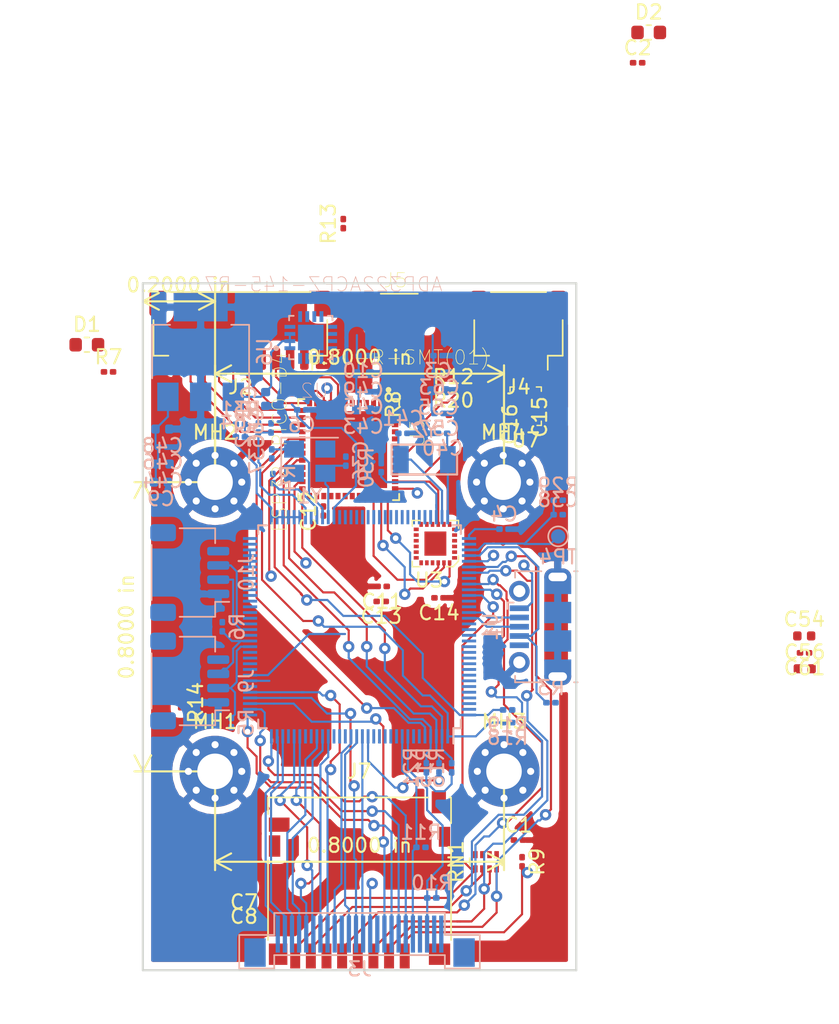
<source format=kicad_pcb>
(kicad_pcb (version 20171130) (host pcbnew "(5.1.4)-1")
  (layers (0 F.Cu signal) (31 B.Cu signal) (34 B.Paste user) (35 F.Paste user) (36 B.SilkS user) (37 F.SilkS user) (38 B.Mask user) (39 F.Mask user) (44 Edge.Cuts user))
  (net 0 "")
  (net 1 +1V8)
  (net 2 GND)
  (net 3 "Net-(C4-Pad2)")
  (net 4 +1V2)
  (net 5 +BATT)
  (net 6 +3V3)
  (net 7 "Net-(C36-Pad1)")
  (net 8 "Net-(C37-Pad1)")
  (net 9 "Net-(C40-Pad2)")
  (net 10 "Net-(C41-Pad2)")
  (net 11 "/PMIC Power Battery/SVREF")
  (net 12 "Net-(R4-Pad1)")
  (net 13 "Net-(R30-Pad2)")
  (net 14 "/PMIC Power Battery/VCC_PE")
  (net 15 "/WIFI, BT, RT/EN")
  (net 16 "/All V3s input output/CSI_I2C_SDA")
  (net 17 "/All V3s input output/CSI_I2C_SCL")
  (net 18 "/All V3s input output/PF0")
  (net 19 "/All V3s input output/PF1")
  (net 20 "/All V3s input output/PF2")
  (net 21 "/All V3s input output/PF3")
  (net 22 "/All V3s input output/PF4")
  (net 23 "/All V3s input output/PF5")
  (net 24 "Net-(R13-Pad1)")
  (net 25 "/WIFI, BT, RT/IO0")
  (net 26 "/WIFI, BT, RT/IO0_PULL")
  (net 27 "/All V3s input output/SDIO1_DAT0")
  (net 28 "/WIFI, BT, RT/IO2_PULL")
  (net 29 "/All V3s input output/SDIO1_DAT1")
  (net 30 "/All V3s input output/SDIO1_DAT2")
  (net 31 "/All V3s input output/SDIO1_DAT3")
  (net 32 "/All V3s input output/SDIO1_CMD")
  (net 33 "/All V3s input output/SDIO1_CLK")
  (net 34 "/WIFI, BT, RT/UART0_RX")
  (net 35 "/WIFI, BT, RT/UART0_TX")
  (net 36 /USB_D_P)
  (net 37 /USB_D_N)
  (net 38 /UART_TX_D0)
  (net 39 /UART_RX_D0)
  (net 40 "Net-(J5-Pad3)")
  (net 41 "Net-(J7-Pad11)")
  (net 42 "Net-(R8-Pad1)")
  (net 43 /RST)
  (net 44 VBUS)
  (net 45 "/WIFI, BT, RT/CS")
  (net 46 "/WIFI, BT, RT/CLK")
  (net 47 "/WIFI, BT, RT/MOSI")
  (net 48 "/WIFI, BT, RT/MISO")
  (net 49 +3V0)
  (net 50 "Net-(C14-Pad2)")
  (net 51 /USB_ID)
  (net 52 "Net-(J9-Pad3)")
  (net 53 "Net-(J9-Pad2)")
  (net 54 "/WIFI, BT, RT/ICM_INT")
  (net 55 "/All V3s input output/~CSI_RST")
  (net 56 "/All V3s input output/CSI_VSYNC")
  (net 57 "/All V3s input output/CSI_PWDN")
  (net 58 "/All V3s input output/CSI_HSYNC")
  (net 59 "/All V3s input output/CSI_Y9")
  (net 60 "/All V3s input output/CSI_MCLK")
  (net 61 "/All V3s input output/CSI_Y8")
  (net 62 "/All V3s input output/CSI_Y7")
  (net 63 "/All V3s input output/CSI_PCLK")
  (net 64 "/All V3s input output/CSI_Y6")
  (net 65 "/All V3s input output/CSI_Y2")
  (net 66 "/All V3s input output/CSI_Y3")
  (net 67 "/All V3s input output/CSI_Y5")
  (net 68 "/All V3s input output/CSI_Y4")
  (net 69 "/All V3s input output/CSI_Y1")
  (net 70 "/All V3s input output/CSI_Y0")
  (net 71 "/PMIC Power Battery/VIN")
  (net 72 "/WIFI, BT, RT/IO27")
  (net 73 "/WIFI, BT, RT/IO26")
  (net 74 "/WIFI, BT, RT/IO25")
  (net 75 "/WIFI, BT, RT/IO33")
  (net 76 "/WIFI, BT, RT/IO32")
  (net 77 "/WIFI, BT, RT/IO35")
  (net 78 "/WIFI, BT, RT/IO34")
  (net 79 "/WIFI, BT, RT/SENSOR_VN")
  (net 80 "/All V3s input output/STROBE")
  (net 81 "Net-(J3-Pad10)")
  (net 82 "/WIFI, BT, RT/SCL")
  (net 83 "/WIFI, BT, RT/SDA")
  (net 84 "Net-(J7-Pad10)")
  (net 85 "Net-(J7-Pad9)")
  (net 86 "Net-(U1-Pad6)")
  (net 87 "Net-(U1-Pad7)")
  (net 88 "Net-(U1-Pad10)")
  (net 89 "Net-(U1-Pad11)")
  (net 90 "Net-(U1-Pad13)")
  (net 91 "Net-(U1-Pad14)")
  (net 92 "Net-(U1-Pad43)")
  (net 93 "Net-(U1-Pad44)")
  (net 94 "Net-(U1-Pad52)")
  (net 95 "Net-(U1-Pad53)")
  (net 96 "Net-(U1-Pad54)")
  (net 97 "Net-(U1-Pad55)")
  (net 98 "Net-(U1-Pad77)")
  (net 99 "Net-(U1-Pad78)")
  (net 100 "Net-(U1-Pad81)")
  (net 101 "Net-(U1-Pad82)")
  (net 102 "Net-(U1-Pad83)")
  (net 103 "Net-(U1-Pad84)")
  (net 104 "Net-(U1-Pad86)")
  (net 105 "Net-(U1-Pad87)")
  (net 106 "Net-(U1-Pad89)")
  (net 107 "Net-(U1-Pad90)")
  (net 108 "Net-(U1-Pad91)")
  (net 109 "Net-(U1-Pad92)")
  (net 110 "Net-(U1-Pad112)")
  (net 111 "Net-(U1-Pad113)")
  (net 112 "Net-(U1-Pad114)")
  (net 113 "Net-(U1-Pad120)")
  (net 114 "Net-(U1-Pad121)")
  (net 115 "Net-(U1-Pad124)")
  (net 116 "Net-(U1-Pad125)")
  (net 117 "Net-(U2-Pad4)")
  (net 118 "Net-(U2-Pad7)")
  (net 119 "Net-(U3-Pad7)")
  (net 120 "Net-(U3-Pad19)")
  (net 121 "Net-(U3-Pad21)")
  (net 122 "Net-(U3-Pad6)")
  (net 123 "Net-(U3-Pad5)")
  (net 124 "Net-(U3-Pad4)")
  (net 125 "Net-(U3-Pad3)")
  (net 126 "Net-(U3-Pad2)")
  (net 127 "Net-(U3-Pad14)")
  (net 128 "Net-(U3-Pad15)")
  (net 129 "Net-(U3-Pad17)")
  (net 130 "Net-(U3-Pad16)")
  (net 131 "Net-(U5-Pad5)")
  (net 132 "Net-(U5-Pad25)")
  (net 133 "Net-(U5-Pad26)")
  (net 134 "Net-(U5-Pad27)")
  (net 135 "/WIFI, BT, RT/SD2")
  (net 136 "/WIFI, BT, RT/SD3")
  (net 137 "Net-(U5-Pad30)")
  (net 138 "Net-(U5-Pad31)")
  (net 139 "Net-(U5-Pad32)")
  (net 140 "Net-(U5-Pad33)")
  (module digikey-footprints:QFN-24-1EP_3x3mm (layer F.Cu) (at 43.434 38.608 180)
    (fp_text reference U3 (at 0.44 -2.57) (layer F.SilkS))
    (fp_text value MPU-9250_Obsolete)
    (pad 12 smd rect (at 1 1.35 180) (size 0.25 0.35) (layers F.Cu F.Paste F.Mask) (net 54 "/WIFI, BT, RT/ICM_INT"))
    (pad 11 smd rect (at 0.6 1.35 180) (size 0.25 0.35) (layers F.Cu F.Paste F.Mask) (net 2 GND))
    (pad 10 smd rect (at 0.2 1.35 180) (size 0.25 0.35) (layers F.Cu F.Paste F.Mask) (net 50 "Net-(C14-Pad2)"))
    (pad 7 smd rect (at -1 1.35 180) (size 0.25 0.35) (layers F.Cu F.Paste F.Mask) (net 119 "Net-(U3-Pad7)"))
    (pad 8 smd rect (at -0.6 1.35 180) (size 0.25 0.35) (layers F.Cu F.Paste F.Mask) (net 6 +3V3))
    (pad 9 smd rect (at -0.2 1.35 180) (size 0.25 0.35) (layers F.Cu F.Paste F.Mask) (net 48 "/WIFI, BT, RT/MISO"))
    (pad 24 smd rect (at -1 -1.35 180) (size 0.25 0.35) (layers F.Cu F.Paste F.Mask) (net 47 "/WIFI, BT, RT/MOSI"))
    (pad 23 smd rect (at -0.6 -1.35 180) (size 0.25 0.35) (layers F.Cu F.Paste F.Mask) (net 46 "/WIFI, BT, RT/CLK"))
    (pad 19 smd rect (at 1 -1.35 180) (size 0.25 0.35) (layers F.Cu F.Paste F.Mask) (net 120 "Net-(U3-Pad19)"))
    (pad 20 smd rect (at 0.6 -1.35 180) (size 0.25 0.35) (layers F.Cu F.Paste F.Mask) (net 2 GND))
    (pad 21 smd rect (at 0.2 -1.35 180) (size 0.25 0.35) (layers F.Cu F.Paste F.Mask) (net 121 "Net-(U3-Pad21)"))
    (pad 22 smd rect (at -0.2 -1.35 180) (size 0.25 0.35) (layers F.Cu F.Paste F.Mask) (net 45 "/WIFI, BT, RT/CS"))
    (pad 6 smd rect (at -1.35 1 180) (size 0.35 0.25) (layers F.Cu F.Paste F.Mask) (net 122 "Net-(U3-Pad6)"))
    (pad 5 smd rect (at -1.35 0.6 180) (size 0.35 0.25) (layers F.Cu F.Paste F.Mask) (net 123 "Net-(U3-Pad5)"))
    (pad 4 smd rect (at -1.35 0.2 180) (size 0.35 0.25) (layers F.Cu F.Paste F.Mask) (net 124 "Net-(U3-Pad4)"))
    (pad 3 smd rect (at -1.35 -0.2 180) (size 0.35 0.25) (layers F.Cu F.Paste F.Mask) (net 125 "Net-(U3-Pad3)"))
    (pad 2 smd rect (at -1.35 -0.6 180) (size 0.35 0.25) (layers F.Cu F.Paste F.Mask) (net 126 "Net-(U3-Pad2)"))
    (pad 1 smd rect (at -1.35 -1 180) (size 0.35 0.25) (layers F.Cu F.Paste F.Mask) (net 6 +3V3))
    (pad 13 smd rect (at 1.35 1 180) (size 0.35 0.25) (layers F.Cu F.Paste F.Mask) (net 6 +3V3))
    (pad 14 smd rect (at 1.35 0.6 180) (size 0.35 0.25) (layers F.Cu F.Paste F.Mask) (net 127 "Net-(U3-Pad14)"))
    (pad 15 smd rect (at 1.35 0.2 180) (size 0.35 0.25) (layers F.Cu F.Paste F.Mask) (net 128 "Net-(U3-Pad15)"))
    (pad 18 smd rect (at 1.35 -1 180) (size 0.35 0.25) (layers F.Cu F.Paste F.Mask) (net 2 GND))
    (pad 17 smd rect (at 1.35 -0.6 180) (size 0.35 0.25) (layers F.Cu F.Paste F.Mask) (net 129 "Net-(U3-Pad17)"))
    (pad 16 smd rect (at 1.35 -0.2 180) (size 0.35 0.25) (layers F.Cu F.Paste F.Mask) (net 130 "Net-(U3-Pad16)"))
    (pad 25 smd rect (at 0 0 180) (size 1.54 1.7) (layers F.Cu F.Paste F.Mask) (net 2 GND))
  )
  (module QFN50P300X300X90-17N:QFN50P300X300X90-17N (layer B.Cu) (at 34.671 24.13)
    (fp_text reference U2 (at 0.255 3.735) (layer B.SilkS) (effects (font (thickness 0.05)) (justify mirror)))
    (fp_text value ADP322ACPZ-145-R7 (at 0.89 -3.735) (layer B.SilkS) (effects (font (thickness 0.05)) (justify mirror)))
    (pad 17 smd rect (at 0 0) (size 1.8 1.8) (layers B.Cu B.Paste B.Mask))
    (pad 12 smd rect (at 1.47 0.75) (size 0.76 0.27) (layers B.Cu B.Paste B.Mask))
    (pad 11 smd rect (at 1.47 0.25) (size 0.76 0.27) (layers B.Cu B.Paste B.Mask))
    (pad 10 smd rect (at 1.47 -0.25) (size 0.76 0.27) (layers B.Cu B.Paste B.Mask))
    (pad 9 smd rect (at 1.47 -0.75) (size 0.76 0.27) (layers B.Cu B.Paste B.Mask))
    (pad 4 smd rect (at -1.47 -0.75) (size 0.76 0.27) (layers B.Cu B.Paste B.Mask) (net 117 "Net-(U2-Pad4)"))
    (pad 3 smd rect (at -1.47 -0.25) (size 0.76 0.27) (layers B.Cu B.Paste B.Mask) (net 71 "/PMIC Power Battery/VIN"))
    (pad 2 smd rect (at -1.47 0.25) (size 0.76 0.27) (layers B.Cu B.Paste B.Mask) (net 71 "/PMIC Power Battery/VIN"))
    (pad 1 smd rect (at -1.47 0.75) (size 0.76 0.27) (layers B.Cu B.Paste B.Mask) (net 71 "/PMIC Power Battery/VIN"))
    (pad 16 smd rect (at -0.75 1.47 270) (size 0.76 0.27) (layers B.Cu B.Paste B.Mask))
    (pad 15 smd rect (at -0.25 1.47 270) (size 0.76 0.27) (layers B.Cu B.Paste B.Mask))
    (pad 14 smd rect (at 0.25 1.47 270) (size 0.76 0.27) (layers B.Cu B.Paste B.Mask))
    (pad 13 smd rect (at 0.75 1.47 270) (size 0.76 0.27) (layers B.Cu B.Paste B.Mask))
    (pad 8 smd rect (at 0.75 -1.47 270) (size 0.76 0.27) (layers B.Cu B.Paste B.Mask) (net 4 +1V2))
    (pad 7 smd rect (at 0.25 -1.47 270) (size 0.76 0.27) (layers B.Cu B.Paste B.Mask) (net 118 "Net-(U2-Pad7)"))
    (pad 6 smd rect (at -0.25 -1.47 270) (size 0.76 0.27) (layers B.Cu B.Paste B.Mask) (net 1 +1V8))
    (pad 5 smd rect (at -0.75 -1.47 270) (size 0.76 0.27) (layers B.Cu B.Paste B.Mask) (net 49 +3V0))
  )
  (module Connector_JST:JST_SH_SM04B-SRSS-TB_1x04-1MP_P1.00mm_Horizontal (layer F.Cu) (at 49.276 23.622 180)
    (fp_text reference J4 (at 0 -3.98) (layer F.SilkS))
    (fp_text value I2C)
    (pad MP smd roundrect (at 2.8 1.875 180) (size 1.2 1.8) (layers F.Cu F.Paste F.Mask) (roundrect_rratio 0.208333))
    (pad MP smd roundrect (at -2.8 1.875 180) (size 1.2 1.8) (layers F.Cu F.Paste F.Mask) (roundrect_rratio 0.208333))
    (pad 4 smd roundrect (at 1.5 -2 180) (size 0.6 1.55) (layers F.Cu F.Paste F.Mask) (net 6 +3V3))
    (pad 3 smd roundrect (at 0.5 -2 180) (size 0.6 1.55) (layers F.Cu F.Paste F.Mask) (net 82 "/WIFI, BT, RT/SCL"))
    (pad 2 smd roundrect (at -0.5 -2 180) (size 0.6 1.55) (layers F.Cu F.Paste F.Mask) (net 83 "/WIFI, BT, RT/SDA"))
    (pad 1 smd roundrect (at -1.5 -2 180) (size 0.6 1.55) (layers F.Cu F.Paste F.Mask) (net 2 GND))
  )
  (module Connector_JST:JST_SH_SM10B-SRSS-TB_1x10-1MP_P1.00mm_Horizontal (layer F.Cu) (at 29.718 23.622 180)
    (fp_text reference J2 (at 0 -3.98) (layer F.SilkS))
    (fp_text value PWM)
    (pad MP smd roundrect (at 5.8 1.875 180) (size 1.2 1.8) (layers F.Cu F.Paste F.Mask) (roundrect_rratio 0.208333))
    (pad MP smd roundrect (at -5.8 1.875 180) (size 1.2 1.8) (layers F.Cu F.Paste F.Mask) (roundrect_rratio 0.208333))
    (pad 10 smd roundrect (at 4.5 -2 180) (size 0.6 1.55) (layers F.Cu F.Paste F.Mask) (net 2 GND))
    (pad 9 smd roundrect (at 3.5 -2 180) (size 0.6 1.55) (layers F.Cu F.Paste F.Mask) (net 72 "/WIFI, BT, RT/IO27"))
    (pad 8 smd roundrect (at 2.5 -2 180) (size 0.6 1.55) (layers F.Cu F.Paste F.Mask) (net 73 "/WIFI, BT, RT/IO26"))
    (pad 7 smd roundrect (at 1.5 -2 180) (size 0.6 1.55) (layers F.Cu F.Paste F.Mask) (net 74 "/WIFI, BT, RT/IO25"))
    (pad 6 smd roundrect (at 0.5 -2 180) (size 0.6 1.55) (layers F.Cu F.Paste F.Mask) (net 75 "/WIFI, BT, RT/IO33"))
    (pad 5 smd roundrect (at -0.5 -2 180) (size 0.6 1.55) (layers F.Cu F.Paste F.Mask) (net 76 "/WIFI, BT, RT/IO32"))
    (pad 4 smd roundrect (at -1.5 -2 180) (size 0.6 1.55) (layers F.Cu F.Paste F.Mask) (net 77 "/WIFI, BT, RT/IO35"))
    (pad 3 smd roundrect (at -2.5 -2 180) (size 0.6 1.55) (layers F.Cu F.Paste F.Mask) (net 78 "/WIFI, BT, RT/IO34"))
    (pad 2 smd roundrect (at -3.5 -2 180) (size 0.6 1.55) (layers F.Cu F.Paste F.Mask) (net 79 "/WIFI, BT, RT/SENSOR_VN"))
    (pad 1 smd roundrect (at -4.5 -2 180) (size 0.6 1.55) (layers F.Cu F.Paste F.Mask) (net 5 +BATT))
  )
  (module Resistor_SMD:R_0603_1608Metric (layer F.Cu) (at 58.438 2.696)
    (fp_text reference D2 (at 0 -1.43) (layer F.SilkS))
    (fp_text value D)
    (pad 2 smd roundrect (at 0.7875 0) (size 0.875 0.95) (layers F.Cu F.Paste F.Mask) (net 5 +BATT))
    (pad 1 smd roundrect (at -0.7875 0) (size 0.875 0.95) (layers F.Cu F.Paste F.Mask) (net 71 "/PMIC Power Battery/VIN"))
  )
  (module Capacitor_SMD:C_0201_0603Metric (layer F.Cu) (at 57.658 4.826)
    (fp_text reference C2 (at 0 -1.05) (layer F.SilkS))
    (fp_text value 1uF)
    (pad 2 smd roundrect (at 0.32 0) (size 0.46 0.4) (layers F.Cu F.Mask) (net 2 GND))
    (pad 1 smd roundrect (at -0.32 0) (size 0.46 0.4) (layers F.Cu F.Mask) (net 71 "/PMIC Power Battery/VIN"))
  )
  (module Connector_JST:JST_SH_SM04B-SRSS-TB_1x04-1MP_P1.00mm_Horizontal (layer B.Cu) (at 26.162 40.64 90)
    (fp_text reference J10 (at 0 3.98 -90) (layer B.SilkS) (effects (justify mirror)))
    (fp_text value UART)
    (pad MP smd roundrect (at 2.8 -1.875 90) (size 1.2 1.8) (layers B.Cu B.Paste B.Mask) (roundrect_rratio 0.208333))
    (pad MP smd roundrect (at -2.8 -1.875 90) (size 1.2 1.8) (layers B.Cu B.Paste B.Mask) (roundrect_rratio 0.208333))
    (pad 4 smd roundrect (at 1.5 2 90) (size 0.6 1.55) (layers B.Cu B.Paste B.Mask) (net 6 +3V3))
    (pad 3 smd roundrect (at 0.5 2 90) (size 0.6 1.55) (layers B.Cu B.Paste B.Mask) (net 38 /UART_TX_D0))
    (pad 2 smd roundrect (at -0.5 2 90) (size 0.6 1.55) (layers B.Cu B.Paste B.Mask) (net 39 /UART_RX_D0))
    (pad 1 smd roundrect (at -1.5 2 90) (size 0.6 1.55) (layers B.Cu B.Paste B.Mask) (net 2 GND))
  )
  (module Connector_JST:JST_SH_SM04B-SRSS-TB_1x04-1MP_P1.00mm_Horizontal (layer B.Cu) (at 26.162 48.26 90)
    (fp_text reference J9 (at 0 3.98 270) (layer B.SilkS) (effects (justify mirror)))
    (fp_text value I2C)
    (pad MP smd roundrect (at 2.8 -1.875 90) (size 1.2 1.8) (layers B.Cu B.Paste B.Mask) (roundrect_rratio 0.208333))
    (pad MP smd roundrect (at -2.8 -1.875 90) (size 1.2 1.8) (layers B.Cu B.Paste B.Mask) (roundrect_rratio 0.208333))
    (pad 4 smd roundrect (at 1.5 2 90) (size 0.6 1.55) (layers B.Cu B.Paste B.Mask) (net 6 +3V3))
    (pad 3 smd roundrect (at 0.5 2 90) (size 0.6 1.55) (layers B.Cu B.Paste B.Mask) (net 52 "Net-(J9-Pad3)"))
    (pad 2 smd roundrect (at -0.5 2 90) (size 0.6 1.55) (layers B.Cu B.Paste B.Mask) (net 53 "Net-(J9-Pad2)"))
    (pad 1 smd roundrect (at -1.5 2 90) (size 0.6 1.55) (layers B.Cu B.Paste B.Mask) (net 2 GND))
  )
  (module Resistor_SMD:R_Array_Concave_4x0402 (layer F.Cu) (at 46.99 60.96 90)
    (fp_text reference RN1 (at 0 -2.1 90) (layer F.SilkS))
    (fp_text value 47K)
    (pad 5 smd rect (at 0.5 0.75 90) (size 0.5 0.32) (layers F.Cu F.Paste F.Mask) (net 6 +3V3))
    (pad 6 smd rect (at 0.5 0.25 90) (size 0.5 0.32) (layers F.Cu F.Paste F.Mask) (net 6 +3V3))
    (pad 8 smd rect (at 0.5 -0.75 90) (size 0.5 0.32) (layers F.Cu F.Paste F.Mask) (net 6 +3V3))
    (pad 7 smd rect (at 0.5 -0.25 90) (size 0.5 0.32) (layers F.Cu F.Paste F.Mask) (net 6 +3V3))
    (pad 4 smd rect (at -0.5 0.75 90) (size 0.5 0.32) (layers F.Cu F.Paste F.Mask) (net 22 "/All V3s input output/PF4"))
    (pad 2 smd rect (at -0.5 -0.25 90) (size 0.5 0.32) (layers F.Cu F.Paste F.Mask) (net 19 "/All V3s input output/PF1"))
    (pad 3 smd rect (at -0.5 0.25 90) (size 0.5 0.32) (layers F.Cu F.Paste F.Mask) (net 21 "/All V3s input output/PF3"))
    (pad 1 smd rect (at -0.5 -0.75 90) (size 0.5 0.32) (layers F.Cu F.Paste F.Mask) (net 18 "/All V3s input output/PF0"))
  )
  (module fpc_cam24:FPC_24_CAM (layer B.Cu) (at 38.1 66.04 180)
    (fp_text reference J3 (at 0 -2.45) (layer B.SilkS) (effects (justify mirror)))
    (fp_text value CAM)
    (pad 1 smd rect (at -5.75 0 180) (size 0.3 2.6) (layers B.Cu B.Paste B.Mask) (net 80 "/All V3s input output/STROBE"))
    (pad 2 smd rect (at -5.25 0 180) (size 0.3 2.6) (layers B.Cu B.Paste B.Mask) (net 2 GND))
    (pad 3 smd rect (at -4.75 0 180) (size 0.3 2.6) (layers B.Cu B.Paste B.Mask) (net 16 "/All V3s input output/CSI_I2C_SDA"))
    (pad 4 smd rect (at -4.25 0 180) (size 0.3 2.6) (layers B.Cu B.Paste B.Mask) (net 49 +3V0))
    (pad 5 smd rect (at -3.75 0 180) (size 0.3 2.6) (layers B.Cu B.Paste B.Mask) (net 17 "/All V3s input output/CSI_I2C_SCL"))
    (pad 6 smd rect (at -3.25 0 180) (size 0.3 2.6) (layers B.Cu B.Paste B.Mask) (net 55 "/All V3s input output/~CSI_RST"))
    (pad 7 smd rect (at -2.75 0 180) (size 0.3 2.6) (layers B.Cu B.Paste B.Mask) (net 56 "/All V3s input output/CSI_VSYNC"))
    (pad 8 smd rect (at -2.25 0 180) (size 0.3 2.6) (layers B.Cu B.Paste B.Mask) (net 57 "/All V3s input output/CSI_PWDN"))
    (pad 9 smd rect (at -1.75 0 180) (size 0.3 2.6) (layers B.Cu B.Paste B.Mask) (net 58 "/All V3s input output/CSI_HSYNC"))
    (pad 10 smd rect (at -1.25 0 180) (size 0.3 2.6) (layers B.Cu B.Paste B.Mask) (net 81 "Net-(J3-Pad10)"))
    (pad 11 smd rect (at -0.75 0 180) (size 0.3 2.6) (layers B.Cu B.Paste B.Mask) (net 1 +1V8))
    (pad 12 smd rect (at -0.25 0 180) (size 0.3 2.6) (layers B.Cu B.Paste B.Mask) (net 59 "/All V3s input output/CSI_Y9"))
    (pad 13 smd rect (at 0.25 0 180) (size 0.3 2.6) (layers B.Cu B.Paste B.Mask) (net 60 "/All V3s input output/CSI_MCLK"))
    (pad 14 smd rect (at 0.75 0 180) (size 0.3 2.6) (layers B.Cu B.Paste B.Mask) (net 61 "/All V3s input output/CSI_Y8"))
    (pad 15 smd rect (at 1.25 0 180) (size 0.3 2.6) (layers B.Cu B.Paste B.Mask) (net 2 GND))
    (pad 16 smd rect (at 1.75 0 180) (size 0.3 2.6) (layers B.Cu B.Paste B.Mask) (net 62 "/All V3s input output/CSI_Y7"))
    (pad 17 smd rect (at 2.25 0 180) (size 0.3 2.6) (layers B.Cu B.Paste B.Mask) (net 63 "/All V3s input output/CSI_PCLK"))
    (pad 18 smd rect (at 2.75 0 180) (size 0.3 2.6) (layers B.Cu B.Paste B.Mask) (net 64 "/All V3s input output/CSI_Y6"))
    (pad 19 smd rect (at 3.25 0 180) (size 0.3 2.6) (layers B.Cu B.Paste B.Mask) (net 65 "/All V3s input output/CSI_Y2"))
    (pad 20 smd rect (at 3.75 0 180) (size 0.3 2.6) (layers B.Cu B.Paste B.Mask) (net 66 "/All V3s input output/CSI_Y3"))
    (pad 21 smd rect (at 4.25 0 180) (size 0.3 2.6) (layers B.Cu B.Paste B.Mask) (net 67 "/All V3s input output/CSI_Y5"))
    (pad 22 smd rect (at 4.75 0 180) (size 0.3 2.6) (layers B.Cu B.Paste B.Mask) (net 68 "/All V3s input output/CSI_Y4"))
    (pad 23 smd rect (at 5.25 0 180) (size 0.3 2.6) (layers B.Cu B.Paste B.Mask) (net 69 "/All V3s input output/CSI_Y1"))
    (pad 24 smd rect (at 5.75 0 180) (size 0.3 2.6) (layers B.Cu B.Paste B.Mask) (net 70 "/All V3s input output/CSI_Y0"))
    (pad 0 smd rect (at -7.35 -1.3 180) (size 1.5 2) (layers B.Cu B.Paste B.Mask))
    (pad 0 smd rect (at 7.35 -1.3 180) (size 1.5 2) (layers B.Cu B.Paste B.Mask))
  )
  (module Resistor_SMD:R_0603_1608Metric (layer F.Cu) (at 18.923 24.638)
    (fp_text reference D1 (at 0 -1.43) (layer F.SilkS))
    (fp_text value D)
    (pad 2 smd roundrect (at 0.7875 0) (size 0.875 0.95) (layers F.Cu F.Paste F.Mask) (net 44 VBUS))
    (pad 1 smd roundrect (at -0.7875 0) (size 0.875 0.95) (layers F.Cu F.Paste F.Mask) (net 71 "/PMIC Power Battery/VIN"))
  )
  (module Capacitor_SMD:C_0201_0603Metric (layer B.Cu) (at 31.877 30.48 270)
    (fp_text reference C65 (at 0 1.05 90) (layer B.SilkS) (effects (justify mirror)))
    (fp_text value 100nF)
    (pad 2 smd roundrect (at 0.32 0 270) (size 0.46 0.4) (layers B.Cu B.Mask) (net 11 "/PMIC Power Battery/SVREF"))
    (pad 1 smd roundrect (at -0.32 0 270) (size 0.46 0.4) (layers B.Cu B.Mask) (net 2 GND))
  )
  (module Capacitor_SMD:C_0201_0603Metric (layer B.Cu) (at 29.718 31.115 180)
    (fp_text reference C64 (at 0 1.05) (layer B.SilkS) (effects (justify mirror)))
    (fp_text value 100nF)
    (pad 2 smd roundrect (at 0.32 0 180) (size 0.46 0.4) (layers B.Cu B.Mask) (net 1 +1V8))
    (pad 1 smd roundrect (at -0.32 0 180) (size 0.46 0.4) (layers B.Cu B.Mask) (net 11 "/PMIC Power Battery/SVREF"))
  )
  (module Capacitor_SMD:C_0201_0603Metric (layer B.Cu) (at 43.7007 26.5684)
    (fp_text reference C63 (at 0 1.05 180) (layer B.SilkS) (effects (justify mirror)))
    (fp_text value 100nF)
    (pad 2 smd roundrect (at 0.32 0) (size 0.46 0.4) (layers B.Cu B.Mask) (net 2 GND))
    (pad 1 smd roundrect (at -0.32 0) (size 0.46 0.4) (layers B.Cu B.Mask) (net 4 +1V2))
  )
  (module Capacitor_SMD:C_0201_0603Metric (layer F.Cu) (at 69.39534 46.28388 180)
    (fp_text reference C61 (at 0 -1.05) (layer F.SilkS))
    (fp_text value 100nF)
    (pad 2 smd roundrect (at 0.32 0 180) (size 0.46 0.4) (layers F.Cu F.Mask) (net 6 +3V3))
    (pad 1 smd roundrect (at -0.32 0 180) (size 0.46 0.4) (layers F.Cu F.Mask) (net 2 GND))
  )
  (module Capacitor_SMD:C_0402_1005Metric (layer F.Cu) (at 69.40804 47.40148)
    (fp_text reference C56 (at 0 -1.17) (layer F.SilkS))
    (fp_text value 10uF)
    (pad 2 smd roundrect (at 0.485 0) (size 0.59 0.64) (layers F.Cu F.Paste F.Mask) (net 2 GND))
    (pad 1 smd roundrect (at -0.485 0) (size 0.59 0.64) (layers F.Cu F.Paste F.Mask) (net 6 +3V3))
  )
  (module Capacitor_SMD:C_0402_1005Metric (layer B.Cu) (at 43.6499 27.8638)
    (fp_text reference C55 (at 0 1.17 180) (layer B.SilkS) (effects (justify mirror)))
    (fp_text value 10uF)
    (pad 2 smd roundrect (at 0.485 0) (size 0.59 0.64) (layers B.Cu B.Paste B.Mask) (net 2 GND))
    (pad 1 smd roundrect (at -0.485 0) (size 0.59 0.64) (layers B.Cu B.Paste B.Mask) (net 4 +1V2))
  )
  (module Capacitor_SMD:C_0402_1005Metric (layer B.Cu) (at 24.257 33.02)
    (fp_text reference C44 (at 0 1.17 180) (layer B.SilkS) (effects (justify mirror)))
    (fp_text value 10uF)
    (pad 2 smd roundrect (at 0.485 0) (size 0.59 0.64) (layers B.Cu B.Paste B.Mask) (net 2 GND))
    (pad 1 smd roundrect (at -0.485 0) (size 0.59 0.64) (layers B.Cu B.Paste B.Mask) (net 6 +3V3))
  )
  (module Capacitor_SMD:C_0402_1005Metric (layer B.Cu) (at 38.354 29.21)
    (fp_text reference C43 (at 0 1.17) (layer B.SilkS) (effects (justify mirror)))
    (fp_text value 10uF)
    (pad 2 smd roundrect (at 0.485 0) (size 0.59 0.64) (layers B.Cu B.Paste B.Mask) (net 2 GND))
    (pad 1 smd roundrect (at -0.485 0) (size 0.59 0.64) (layers B.Cu B.Paste B.Mask) (net 1 +1V8))
  )
  (module Capacitor_SMD:C_0201_0603Metric (layer F.Cu) (at 47.625 30.226 270)
    (fp_text reference C16 (at 0 -1.05 90) (layer F.SilkS))
    (fp_text value 100nF)
    (pad 2 smd roundrect (at 0.32 0 270) (size 0.46 0.4) (layers F.Cu F.Mask) (net 2 GND))
    (pad 1 smd roundrect (at -0.32 0 270) (size 0.46 0.4) (layers F.Cu F.Mask) (net 6 +3V3))
  )
  (module Capacitor_SMD:C_0201_0603Metric (layer F.Cu) (at 51.816 29.718 90)
    (fp_text reference C15 (at 0 -1.05 90) (layer F.SilkS))
    (fp_text value 100nF)
    (pad 2 smd roundrect (at 0.32 0 90) (size 0.46 0.4) (layers F.Cu F.Mask) (net 2 GND))
    (pad 1 smd roundrect (at -0.32 0 90) (size 0.46 0.4) (layers F.Cu F.Mask) (net 6 +3V3))
  )
  (module Capacitor_SMD:C_0402_1005Metric (layer B.Cu) (at 24.13 34.29)
    (fp_text reference C9 (at 0 1.17) (layer B.SilkS) (effects (justify mirror)))
    (fp_text value 10uF)
    (pad 2 smd roundrect (at 0.485 0) (size 0.59 0.64) (layers B.Cu B.Paste B.Mask) (net 2 GND))
    (pad 1 smd roundrect (at -0.485 0) (size 0.59 0.64) (layers B.Cu B.Paste B.Mask) (net 6 +3V3))
  )
  (module Capacitor_SMD:C_0402_1005Metric (layer B.Cu) (at 31.496 28.448 270)
    (fp_text reference C5 (at 0 1.17 270) (layer B.SilkS) (effects (justify mirror)))
    (fp_text value 10uF)
    (pad 2 smd roundrect (at 0.485 0 270) (size 0.59 0.64) (layers B.Cu B.Paste B.Mask) (net 2 GND))
    (pad 1 smd roundrect (at -0.485 0 270) (size 0.59 0.64) (layers B.Cu B.Paste B.Mask) (net 71 "/PMIC Power Battery/VIN"))
  )
  (module Capacitor_SMD:C_0201_0603Metric (layer F.Cu) (at 49.276 59.436)
    (fp_text reference C1 (at 0 -1.05) (layer F.SilkS))
    (fp_text value 100nF)
    (pad 2 smd roundrect (at 0.32 0) (size 0.46 0.4) (layers F.Cu F.Mask) (net 2 GND))
    (pad 1 smd roundrect (at -0.32 0) (size 0.46 0.4) (layers F.Cu F.Mask) (net 6 +3V3))
  )
  (module Connector_USB:USB_Micro-B_Molex-105017-0001 (layer B.Cu) (at 50.8 44.45 270)
    (fp_text reference J1 (at 0 3.1125 90) (layer B.SilkS) (effects (justify mirror)))
    (fp_text value USB_B_Micro)
    (pad 6 smd rect (at -2.9 -1.2375 270) (size 1.2 1.9) (layers B.Cu B.Mask) (net 2 GND))
    (pad 6 smd rect (at 2.9 -1.2375 270) (size 1.2 1.9) (layers B.Cu B.Mask) (net 2 GND))
    (pad 6 thru_hole oval (at 3.5 -1.2375 270) (size 1.2 1.9) (drill oval 0.6 1.3) (layers *.Cu *.Mask) (net 2 GND))
    (pad 6 thru_hole oval (at -3.5 -1.2375 90) (size 1.2 1.9) (drill oval 0.6 1.3) (layers *.Cu *.Mask) (net 2 GND))
    (pad 6 smd rect (at -1 -1.2375 270) (size 1.5 1.9) (layers B.Cu B.Paste B.Mask) (net 2 GND))
    (pad 6 thru_hole circle (at 2.5 1.4625 270) (size 1.45 1.45) (drill 0.85) (layers *.Cu *.Mask) (net 2 GND))
    (pad 3 smd rect (at 0 1.4625 270) (size 0.4 1.35) (layers B.Cu B.Paste B.Mask) (net 36 /USB_D_P))
    (pad 4 smd rect (at 0.65 1.4625 270) (size 0.4 1.35) (layers B.Cu B.Paste B.Mask) (net 51 /USB_ID))
    (pad 5 smd rect (at 1.3 1.4625 270) (size 0.4 1.35) (layers B.Cu B.Paste B.Mask) (net 2 GND))
    (pad 1 smd rect (at -1.3 1.4625 270) (size 0.4 1.35) (layers B.Cu B.Paste B.Mask) (net 44 VBUS))
    (pad 2 smd rect (at -0.65 1.4625 270) (size 0.4 1.35) (layers B.Cu B.Paste B.Mask) (net 37 /USB_D_N))
    (pad 6 thru_hole circle (at -2.5 1.4625 270) (size 1.45 1.45) (drill 0.85) (layers *.Cu *.Mask) (net 2 GND))
    (pad 6 smd rect (at 1 -1.2375 270) (size 1.5 1.9) (layers B.Cu B.Paste B.Mask) (net 2 GND))
  )
  (module Package_TO_SOT_SMD:SOT-223-3_TabPin2 (layer B.Cu) (at 26.924 25.146 90)
    (fp_text reference U6 (at 0 4.5 90) (layer B.SilkS) (effects (justify mirror)))
    (fp_text value LT1963AxST-3.3)
    (pad 1 smd rect (at -3.15 2.3 90) (size 2 1.5) (layers B.Cu B.Paste B.Mask) (net 71 "/PMIC Power Battery/VIN"))
    (pad 3 smd rect (at -3.15 -2.3 90) (size 2 1.5) (layers B.Cu B.Paste B.Mask) (net 6 +3V3))
    (pad 2 smd rect (at -3.15 0 90) (size 2 1.5) (layers B.Cu B.Paste B.Mask) (net 2 GND))
    (pad 2 smd rect (at 3.15 0 90) (size 2 3.8) (layers B.Cu B.Paste B.Mask) (net 2 GND))
  )
  (module TestPoint:TestPoint_Pad_D1.0mm (layer B.Cu) (at 52.07 38.1)
    (fp_text reference TP4 (at 0 1.448) (layer B.SilkS) (effects (justify mirror)))
    (fp_text value CPU_RST)
    (pad 1 smd circle (at 0 0) (size 1 1) (layers B.Cu B.Mask) (net 43 /RST))
  )
  (module Resistor_SMD:R_0201_0603Metric (layer F.Cu) (at 41.529 28.829 90)
    (fp_text reference R8 (at 0 -1.05 90) (layer F.SilkS))
    (fp_text value R)
    (pad 2 smd roundrect (at 0.32 0 90) (size 0.46 0.4) (layers F.Cu F.Mask) (net 5 +BATT))
    (pad 1 smd roundrect (at -0.32 0 90) (size 0.46 0.4) (layers F.Cu F.Mask) (net 42 "Net-(R8-Pad1)"))
  )
  (module Resistor_SMD:R_0201_0603Metric (layer F.Cu) (at 20.447 26.543)
    (fp_text reference R7 (at 0 -1.05) (layer F.SilkS))
    (fp_text value R)
    (pad 2 smd roundrect (at 0.32 0) (size 0.46 0.4) (layers F.Cu F.Mask) (net 2 GND))
    (pad 1 smd roundrect (at -0.32 0) (size 0.46 0.4) (layers F.Cu F.Mask) (net 5 +BATT))
  )
  (module Resistor_SMD:R_0201_0603Metric (layer B.Cu) (at 28.448 44.45 90)
    (fp_text reference R6 (at 0 1.05 90) (layer B.SilkS) (effects (justify mirror)))
    (fp_text value 10K)
    (pad 2 smd roundrect (at 0.32 0 90) (size 0.46 0.4) (layers B.Cu B.Mask) (net 6 +3V3))
    (pad 1 smd roundrect (at -0.32 0 90) (size 0.46 0.4) (layers B.Cu B.Mask) (net 52 "Net-(J9-Pad3)"))
  )
  (module Resistor_SMD:R_0201_0603Metric (layer B.Cu) (at 29.083 51.181 90)
    (fp_text reference R5 (at 0 1.05 90) (layer B.SilkS) (effects (justify mirror)))
    (fp_text value 10K)
    (pad 2 smd roundrect (at 0.32 0 90) (size 0.46 0.4) (layers B.Cu B.Mask) (net 53 "Net-(J9-Pad2)"))
    (pad 1 smd roundrect (at -0.32 0 90) (size 0.46 0.4) (layers B.Cu B.Mask) (net 6 +3V3))
  )
  (module Capacitor_SMD:C_0201_0603Metric (layer F.Cu) (at 43.688 42.418 180)
    (fp_text reference C14 (at 0 -1.05) (layer F.SilkS))
    (fp_text value 0.1uF)
    (pad 2 smd roundrect (at 0.32 0 180) (size 0.46 0.4) (layers F.Cu F.Mask) (net 50 "Net-(C14-Pad2)"))
    (pad 1 smd roundrect (at -0.32 0 180) (size 0.46 0.4) (layers F.Cu F.Mask) (net 2 GND))
  )
  (module Capacitor_SMD:C_0201_0603Metric (layer F.Cu) (at 39.624 42.672 180)
    (fp_text reference C13 (at 0 -1.05) (layer F.SilkS))
    (fp_text value 0.1uF)
    (pad 2 smd roundrect (at 0.32 0 180) (size 0.46 0.4) (layers F.Cu F.Mask) (net 2 GND))
    (pad 1 smd roundrect (at -0.32 0 180) (size 0.46 0.4) (layers F.Cu F.Mask) (net 6 +3V3))
  )
  (module Capacitor_SMD:C_0201_0603Metric (layer F.Cu) (at 39.692 41.616 180)
    (fp_text reference C11 (at 0 -1.05) (layer F.SilkS))
    (fp_text value 10nF)
    (pad 2 smd roundrect (at 0.32 0 180) (size 0.46 0.4) (layers F.Cu F.Mask) (net 2 GND))
    (pad 1 smd roundrect (at -0.32 0 180) (size 0.46 0.4) (layers F.Cu F.Mask) (net 6 +3V3))
  )
  (module Capacitor_SMD:C_0201_0603Metric (layer B.Cu) (at 38.354 25.4)
    (fp_text reference C10 (at 0 1.05) (layer B.SilkS) (effects (justify mirror)))
    (fp_text value 1uF)
    (pad 2 smd roundrect (at 0.32 0) (size 0.46 0.4) (layers B.Cu B.Mask) (net 2 GND))
    (pad 1 smd roundrect (at -0.32 0) (size 0.46 0.4) (layers B.Cu B.Mask) (net 1 +1V8))
  )
  (module Capacitor_SMD:C_0201_0603Metric (layer F.Cu) (at 29.972 63.754 180)
    (fp_text reference C8 (at 0 -1.05) (layer F.SilkS))
    (fp_text value 4.7uF)
    (pad 2 smd roundrect (at 0.32 0 180) (size 0.46 0.4) (layers F.Cu F.Mask) (net 2 GND))
    (pad 1 smd roundrect (at -0.32 0 180) (size 0.46 0.4) (layers F.Cu F.Mask) (net 1 +1V8))
  )
  (module Capacitor_SMD:C_0201_0603Metric (layer F.Cu) (at 29.972 62.738 180)
    (fp_text reference C7 (at 0 -1.05) (layer F.SilkS))
    (fp_text value 4.7uF)
    (pad 2 smd roundrect (at 0.32 0 180) (size 0.46 0.4) (layers F.Cu F.Mask) (net 2 GND))
    (pad 1 smd roundrect (at -0.32 0 180) (size 0.46 0.4) (layers F.Cu F.Mask) (net 49 +3V0))
  )
  (module Capacitor_SMD:C_0201_0603Metric (layer B.Cu) (at 34.036 29.21)
    (fp_text reference C6 (at 0 1.05) (layer B.SilkS) (effects (justify mirror)))
    (fp_text value 1uF)
    (pad 2 smd roundrect (at 0.32 0) (size 0.46 0.4) (layers B.Cu B.Mask) (net 2 GND))
    (pad 1 smd roundrect (at -0.32 0) (size 0.46 0.4) (layers B.Cu B.Mask) (net 49 +3V0))
  )
  (module Capacitor_SMD:C_0201_0603Metric (layer B.Cu) (at 43.622 25.4)
    (fp_text reference C3 (at 0 1.05) (layer B.SilkS) (effects (justify mirror)))
    (fp_text value 1uF)
    (pad 2 smd roundrect (at 0.32 0) (size 0.46 0.4) (layers B.Cu B.Mask) (net 2 GND))
    (pad 1 smd roundrect (at -0.32 0) (size 0.46 0.4) (layers B.Cu B.Mask) (net 4 +1V2))
  )
  (module digikey-footprints:LGA-8_2x2.5mm_BMP280 (layer F.Cu) (at 49.784 28.956 180)
    (fp_text reference U7 (at 0 -2.38) (layer F.SilkS))
    (fp_text value BMP280)
    (pad 8 smd rect (at -0.8 -0.975 180) (size 0.5 0.35) (layers F.Cu F.Paste F.Mask) (net 6 +3V3))
    (pad 7 smd rect (at -0.8 -0.325 180) (size 0.5 0.35) (layers F.Cu F.Paste F.Mask) (net 2 GND))
    (pad 6 smd rect (at -0.8 0.325 180) (size 0.5 0.35) (layers F.Cu F.Paste F.Mask) (net 6 +3V3))
    (pad 5 smd rect (at -0.8 0.975 180) (size 0.5 0.35) (layers F.Cu F.Paste F.Mask) (net 2 GND))
    (pad 4 smd rect (at 0.8 0.975 180) (size 0.5 0.35) (layers F.Cu F.Paste F.Mask) (net 82 "/WIFI, BT, RT/SCL"))
    (pad 3 smd rect (at 0.8 0.325 180) (size 0.5 0.35) (layers F.Cu F.Paste F.Mask) (net 83 "/WIFI, BT, RT/SDA"))
    (pad 2 smd rect (at 0.8 -0.325 180) (size 0.5 0.35) (layers F.Cu F.Paste F.Mask) (net 6 +3V3))
    (pad 1 smd rect (at 0.8 -0.975 180) (size 0.5 0.35) (layers F.Cu F.Paste F.Mask) (net 2 GND))
  )
  (module Resistor_SMD:R_0201_0603Metric (layer F.Cu) (at 44.704 29.591)
    (fp_text reference R20 (at 0 -1.05) (layer F.SilkS))
    (fp_text value 1K)
    (pad 2 smd roundrect (at 0.32 0) (size 0.46 0.4) (layers F.Cu F.Mask) (net 83 "/WIFI, BT, RT/SDA"))
    (pad 1 smd roundrect (at -0.32 0) (size 0.46 0.4) (layers F.Cu F.Mask) (net 6 +3V3))
  )
  (module Resistor_SMD:R_0201_0603Metric (layer F.Cu) (at 44.704 27.94)
    (fp_text reference R12 (at 0 -1.05) (layer F.SilkS))
    (fp_text value 1K)
    (pad 2 smd roundrect (at 0.32 0) (size 0.46 0.4) (layers F.Cu F.Mask) (net 82 "/WIFI, BT, RT/SCL"))
    (pad 1 smd roundrect (at -0.32 0) (size 0.46 0.4) (layers F.Cu F.Mask) (net 6 +3V3))
  )
  (module MountingHole:MountingHole_2.5mm_Pad_Via (layer F.Cu) (at 48.204175 34.29)
    (fp_text reference MH4 (at 0 -3.5) (layer F.SilkS))
    (fp_text value MountingHole_Pad)
    (pad 1 thru_hole circle (at 1.325825 -1.325825) (size 0.8 0.8) (drill 0.5) (layers *.Cu *.Mask) (net 2 GND))
    (pad 1 thru_hole circle (at 0 -1.875) (size 0.8 0.8) (drill 0.5) (layers *.Cu *.Mask) (net 2 GND))
    (pad 1 thru_hole circle (at -1.325825 -1.325825) (size 0.8 0.8) (drill 0.5) (layers *.Cu *.Mask) (net 2 GND))
    (pad 1 thru_hole circle (at -1.875 0) (size 0.8 0.8) (drill 0.5) (layers *.Cu *.Mask) (net 2 GND))
    (pad 1 thru_hole circle (at -1.325825 1.325825) (size 0.8 0.8) (drill 0.5) (layers *.Cu *.Mask) (net 2 GND))
    (pad 1 thru_hole circle (at 0 1.875) (size 0.8 0.8) (drill 0.5) (layers *.Cu *.Mask) (net 2 GND))
    (pad 1 thru_hole circle (at 1.325825 1.325825) (size 0.8 0.8) (drill 0.5) (layers *.Cu *.Mask) (net 2 GND))
    (pad 1 thru_hole circle (at 1.875 0) (size 0.8 0.8) (drill 0.5) (layers *.Cu *.Mask) (net 2 GND))
    (pad 1 thru_hole circle (at 0 0) (size 5 5) (drill 2.5) (layers *.Cu *.Mask) (net 2 GND))
  )
  (module MountingHole:MountingHole_2.5mm_Pad_Via (layer F.Cu) (at 48.26 54.61)
    (fp_text reference MH3 (at 0 -3.5) (layer F.SilkS))
    (fp_text value MountingHole_Pad)
    (pad 1 thru_hole circle (at 1.325825 -1.325825) (size 0.8 0.8) (drill 0.5) (layers *.Cu *.Mask) (net 2 GND))
    (pad 1 thru_hole circle (at 0 -1.875) (size 0.8 0.8) (drill 0.5) (layers *.Cu *.Mask) (net 2 GND))
    (pad 1 thru_hole circle (at -1.325825 -1.325825) (size 0.8 0.8) (drill 0.5) (layers *.Cu *.Mask) (net 2 GND))
    (pad 1 thru_hole circle (at -1.875 0) (size 0.8 0.8) (drill 0.5) (layers *.Cu *.Mask) (net 2 GND))
    (pad 1 thru_hole circle (at -1.325825 1.325825) (size 0.8 0.8) (drill 0.5) (layers *.Cu *.Mask) (net 2 GND))
    (pad 1 thru_hole circle (at 0 1.875) (size 0.8 0.8) (drill 0.5) (layers *.Cu *.Mask) (net 2 GND))
    (pad 1 thru_hole circle (at 1.325825 1.325825) (size 0.8 0.8) (drill 0.5) (layers *.Cu *.Mask) (net 2 GND))
    (pad 1 thru_hole circle (at 1.875 0) (size 0.8 0.8) (drill 0.5) (layers *.Cu *.Mask) (net 2 GND))
    (pad 1 thru_hole circle (at 0 0) (size 5 5) (drill 2.5) (layers *.Cu *.Mask) (net 2 GND))
  )
  (module MountingHole:MountingHole_2.5mm_Pad_Via (layer F.Cu) (at 27.94 34.29)
    (fp_text reference MH2 (at 0 -3.5) (layer F.SilkS))
    (fp_text value MountingHole_Pad)
    (pad 1 thru_hole circle (at 1.325825 -1.325825) (size 0.8 0.8) (drill 0.5) (layers *.Cu *.Mask) (net 2 GND))
    (pad 1 thru_hole circle (at 0 -1.875) (size 0.8 0.8) (drill 0.5) (layers *.Cu *.Mask) (net 2 GND))
    (pad 1 thru_hole circle (at -1.325825 -1.325825) (size 0.8 0.8) (drill 0.5) (layers *.Cu *.Mask) (net 2 GND))
    (pad 1 thru_hole circle (at -1.875 0) (size 0.8 0.8) (drill 0.5) (layers *.Cu *.Mask) (net 2 GND))
    (pad 1 thru_hole circle (at -1.325825 1.325825) (size 0.8 0.8) (drill 0.5) (layers *.Cu *.Mask) (net 2 GND))
    (pad 1 thru_hole circle (at 0 1.875) (size 0.8 0.8) (drill 0.5) (layers *.Cu *.Mask) (net 2 GND))
    (pad 1 thru_hole circle (at 1.325825 1.325825) (size 0.8 0.8) (drill 0.5) (layers *.Cu *.Mask) (net 2 GND))
    (pad 1 thru_hole circle (at 1.875 0) (size 0.8 0.8) (drill 0.5) (layers *.Cu *.Mask) (net 2 GND))
    (pad 1 thru_hole circle (at 0 0) (size 5 5) (drill 2.5) (layers *.Cu *.Mask) (net 2 GND))
  )
  (module MountingHole:MountingHole_2.5mm_Pad_Via (layer F.Cu) (at 27.94 54.61)
    (fp_text reference MH1 (at 0 -3.5) (layer F.SilkS))
    (fp_text value MountingHole_Pad)
    (pad 1 thru_hole circle (at 1.325825 -1.325825) (size 0.8 0.8) (drill 0.5) (layers *.Cu *.Mask) (net 2 GND))
    (pad 1 thru_hole circle (at 0 -1.875) (size 0.8 0.8) (drill 0.5) (layers *.Cu *.Mask) (net 2 GND))
    (pad 1 thru_hole circle (at -1.325825 -1.325825) (size 0.8 0.8) (drill 0.5) (layers *.Cu *.Mask) (net 2 GND))
    (pad 1 thru_hole circle (at -1.875 0) (size 0.8 0.8) (drill 0.5) (layers *.Cu *.Mask) (net 2 GND))
    (pad 1 thru_hole circle (at -1.325825 1.325825) (size 0.8 0.8) (drill 0.5) (layers *.Cu *.Mask) (net 2 GND))
    (pad 1 thru_hole circle (at 0 1.875) (size 0.8 0.8) (drill 0.5) (layers *.Cu *.Mask) (net 2 GND))
    (pad 1 thru_hole circle (at 1.325825 1.325825) (size 0.8 0.8) (drill 0.5) (layers *.Cu *.Mask) (net 2 GND))
    (pad 1 thru_hole circle (at 1.875 0) (size 0.8 0.8) (drill 0.5) (layers *.Cu *.Mask) (net 2 GND))
    (pad 1 thru_hole circle (at 0 0) (size 5 5) (drill 2.5) (layers *.Cu *.Mask) (net 2 GND))
  )
  (module Resistor_SMD:R_0201_0603Metric (layer F.Cu) (at 49.53 60.96 270)
    (fp_text reference R9 (at 0 -1.05 90) (layer F.SilkS))
    (fp_text value 47K)
    (pad 2 smd roundrect (at 0.32 0 270) (size 0.46 0.4) (layers F.Cu F.Mask) (net 23 "/All V3s input output/PF5"))
    (pad 1 smd roundrect (at -0.32 0 270) (size 0.46 0.4) (layers F.Cu F.Mask) (net 6 +3V3))
  )
  (module Resistor_SMD:R_0201_0603Metric (layer B.Cu) (at 51.562 49.784 180)
    (fp_text reference R3 (at 0 1.05) (layer B.SilkS) (effects (justify mirror)))
    (fp_text value 47K)
    (pad 2 smd roundrect (at 0.32 0 180) (size 0.46 0.4) (layers B.Cu B.Mask) (net 51 /USB_ID))
    (pad 1 smd roundrect (at -0.32 0 180) (size 0.46 0.4) (layers B.Cu B.Mask) (net 6 +3V3))
  )
  (module Connector_Card:microSD_HC_Hirose_DM3D-SF (layer F.Cu) (at 38.1 62.23)
    (fp_text reference J7 (at -0.025 -7.625) (layer F.SilkS))
    (fp_text value Micro_SD_Card_Det)
    (pad 10 smd rect (at 5.575 -5.45) (size 1 1.55) (layers F.Cu F.Paste F.Mask) (net 84 "Net-(J7-Pad10)"))
    (pad 11 smd rect (at 5.625 5.225) (size 1.5 1.5) (layers F.Cu F.Paste F.Mask) (net 41 "Net-(J7-Pad11)"))
    (pad 1 smd rect (at 3.175 5.35) (size 0.7 1.75) (layers F.Cu F.Paste F.Mask) (net 23 "/All V3s input output/PF5"))
    (pad 2 smd rect (at 2.075 5.35) (size 0.7 1.75) (layers F.Cu F.Paste F.Mask) (net 22 "/All V3s input output/PF4"))
    (pad 3 smd rect (at 0.975 5.35) (size 0.7 1.75) (layers F.Cu F.Paste F.Mask) (net 21 "/All V3s input output/PF3"))
    (pad 4 smd rect (at -0.125 5.35) (size 0.7 1.75) (layers F.Cu F.Paste F.Mask) (net 6 +3V3))
    (pad 5 smd rect (at -1.225 5.35) (size 0.7 1.75) (layers F.Cu F.Paste F.Mask) (net 20 "/All V3s input output/PF2"))
    (pad 6 smd rect (at -2.325 5.35) (size 0.7 1.75) (layers F.Cu F.Paste F.Mask) (net 2 GND))
    (pad 7 smd rect (at -3.425 5.35) (size 0.7 1.75) (layers F.Cu F.Paste F.Mask) (net 19 "/All V3s input output/PF1"))
    (pad 11 smd rect (at 5.975 -3.025) (size 0.8 1.4) (layers F.Cu F.Paste F.Mask) (net 41 "Net-(J7-Pad11)"))
    (pad 9 smd rect (at -5.65 -3.875) (size 1.45 1) (layers F.Cu F.Paste F.Mask) (net 85 "Net-(J7-Pad9)"))
    (pad 11 smd rect (at -5.975 -2.375) (size 0.8 1.5) (layers F.Cu F.Paste F.Mask) (net 41 "Net-(J7-Pad11)"))
    (pad 11 smd rect (at -5.725 5.225) (size 1.3 1.5) (layers F.Cu F.Paste F.Mask) (net 41 "Net-(J7-Pad11)"))
    (pad 8 smd rect (at -4.525 5.35) (size 0.7 1.75) (layers F.Cu F.Paste F.Mask) (net 18 "/All V3s input output/PF0"))
  )
  (module Capacitor_SMD:C_0201_0603Metric (layer F.Cu) (at 35.56 36.322 90)
    (fp_text reference C12 (at 0 -1.05 90) (layer F.SilkS))
    (fp_text value 0.1uF)
    (pad 2 smd roundrect (at 0.32 0 90) (size 0.46 0.4) (layers F.Cu F.Mask) (net 2 GND))
    (pad 1 smd roundrect (at -0.32 0 90) (size 0.46 0.4) (layers F.Cu F.Mask) (net 15 "/WIFI, BT, RT/EN"))
  )
  (module Resistor_SMD:R_0201_0603Metric (layer F.Cu) (at 36.957 16.129 90)
    (fp_text reference R13 (at 0 -1.05 270) (layer F.SilkS))
    (fp_text value 50K)
    (pad 2 smd roundrect (at 0.32 0 90) (size 0.46 0.4) (layers F.Cu F.Mask) (net 15 "/WIFI, BT, RT/EN"))
    (pad 1 smd roundrect (at -0.32 0 90) (size 0.46 0.4) (layers F.Cu F.Mask) (net 24 "Net-(R13-Pad1)"))
  )
  (module "U.FL-R-SMT_01_:HRS_U.FL-R-SMT(01)" (layer F.Cu) (at 40.894 22.352)
    (fp_text reference J5 (at -0.264782 -2.24326) (layer F.SilkS) (effects (font (size 1.00265 1.00265) (thickness 0.05))))
    (fp_text value "U.FL-R-SMT(01)" (at -0.025296 3.17594) (layer F.SilkS) (effects (font (size 1.00338 1.00338) (thickness 0.05))))
    (pad 3 smd rect (at 0 1.55) (size 1.05 1.1) (layers F.Cu F.Paste F.Mask) (net 40 "Net-(J5-Pad3)"))
    (pad 2 smd rect (at 1.475 0) (size 1.1 2.25) (layers F.Cu F.Paste F.Mask) (net 2 GND))
    (pad 1 smd rect (at -1.475 0) (size 1.1 2.25) (layers F.Cu F.Paste F.Mask) (net 2 GND))
  )
  (module Capacitor_SMD:C_0201_0603Metric (layer B.Cu) (at 48.26 37.592 180)
    (fp_text reference C4 (at 0 1.05 180) (layer B.SilkS) (effects (justify mirror)))
    (fp_text value 4.7uF)
    (pad 1 smd roundrect (at -0.32 0 180) (size 0.46 0.4) (layers B.Cu B.Mask) (net 2 GND))
    (pad 2 smd roundrect (at 0.32 0 180) (size 0.46 0.4) (layers B.Cu B.Mask) (net 3 "Net-(C4-Pad2)"))
  )
  (module Capacitor_SMD:C_0201_0603Metric (layer B.Cu) (at 37.1348 32.8168 90)
    (fp_text reference C36 (at 0 1.05 90) (layer B.SilkS) (effects (justify mirror)))
    (fp_text value 18pF)
    (pad 2 smd roundrect (at 0.32 0 90) (size 0.46 0.4) (layers B.Cu B.Mask) (net 2 GND))
    (pad 1 smd roundrect (at -0.32 0 90) (size 0.46 0.4) (layers B.Cu B.Mask) (net 7 "Net-(C36-Pad1)"))
  )
  (module Capacitor_SMD:C_0201_0603Metric (layer B.Cu) (at 31.9278 32.3088 270)
    (fp_text reference C37 (at 0 1.05 270) (layer B.SilkS) (effects (justify mirror)))
    (fp_text value 18pF)
    (pad 1 smd roundrect (at -0.32 0 270) (size 0.46 0.4) (layers B.Cu B.Mask) (net 8 "Net-(C37-Pad1)"))
    (pad 2 smd roundrect (at 0.32 0 270) (size 0.46 0.4) (layers B.Cu B.Mask) (net 2 GND))
  )
  (module Capacitor_SMD:C_0201_0603Metric (layer B.Cu) (at 52.07 36.576 180)
    (fp_text reference C38 (at 0 1.05 180) (layer B.SilkS) (effects (justify mirror)))
    (fp_text value 1uF)
    (pad 1 smd roundrect (at -0.32 0 180) (size 0.46 0.4) (layers B.Cu B.Mask) (net 2 GND))
    (pad 2 smd roundrect (at 0.32 0 180) (size 0.46 0.4) (layers B.Cu B.Mask) (net 43 /RST))
  )
  (module Capacitor_SMD:C_0201_0603Metric (layer B.Cu) (at 43.942 30.861)
    (fp_text reference C40 (at 0 1.05 180) (layer B.SilkS) (effects (justify mirror)))
    (fp_text value 20pF)
    (pad 2 smd roundrect (at 0.32 0) (size 0.46 0.4) (layers B.Cu B.Mask) (net 9 "Net-(C40-Pad2)"))
    (pad 1 smd roundrect (at -0.32 0) (size 0.46 0.4) (layers B.Cu B.Mask) (net 2 GND))
  )
  (module Capacitor_SMD:C_0201_0603Metric (layer B.Cu) (at 41.148 30.861 180)
    (fp_text reference C41 (at 0 1.05) (layer B.SilkS) (effects (justify mirror)))
    (fp_text value 20pF)
    (pad 1 smd roundrect (at -0.32 0 180) (size 0.46 0.4) (layers B.Cu B.Mask) (net 2 GND))
    (pad 2 smd roundrect (at 0.32 0 180) (size 0.46 0.4) (layers B.Cu B.Mask) (net 10 "Net-(C41-Pad2)"))
  )
  (module Capacitor_SMD:C_0201_0603Metric (layer B.Cu) (at 38.354 27.94)
    (fp_text reference C45 (at 0 1.05 180) (layer B.SilkS) (effects (justify mirror)))
    (fp_text value 1uF)
    (pad 2 smd roundrect (at 0.32 0) (size 0.46 0.4) (layers B.Cu B.Mask) (net 2 GND))
    (pad 1 smd roundrect (at -0.32 0) (size 0.46 0.4) (layers B.Cu B.Mask) (net 1 +1V8))
  )
  (module Capacitor_SMD:C_0201_0603Metric (layer B.Cu) (at 24.257 31.8262)
    (fp_text reference C46 (at 0 1.05) (layer B.SilkS) (effects (justify mirror)))
    (fp_text value 1uF)
    (pad 2 smd roundrect (at 0.32 0) (size 0.46 0.4) (layers B.Cu B.Mask) (net 2 GND))
    (pad 1 smd roundrect (at -0.32 0) (size 0.46 0.4) (layers B.Cu B.Mask) (net 6 +3V3))
  )
  (module Capacitor_SMD:C_0402_1005Metric (layer B.Cu) (at 24.237201 30.560199)
    (fp_text reference C48 (at 0 1.17) (layer B.SilkS) (effects (justify mirror)))
    (fp_text value 100nF)
    (pad 1 smd roundrect (at -0.485 0) (size 0.59 0.64) (layers B.Cu B.Paste B.Mask) (net 6 +3V3))
    (pad 2 smd roundrect (at 0.485 0) (size 0.59 0.64) (layers B.Cu B.Paste B.Mask) (net 2 GND))
  )
  (module Capacitor_SMD:C_0402_1005Metric (layer B.Cu) (at 38.354 26.67)
    (fp_text reference C49 (at 0 1.17 180) (layer B.SilkS) (effects (justify mirror)))
    (fp_text value 100nF)
    (pad 2 smd roundrect (at 0.485 0) (size 0.59 0.64) (layers B.Cu B.Paste B.Mask) (net 2 GND))
    (pad 1 smd roundrect (at -0.485 0) (size 0.59 0.64) (layers B.Cu B.Paste B.Mask) (net 1 +1V8))
  )
  (module Capacitor_SMD:C_0402_1005Metric (layer F.Cu) (at 69.374441 45.093881)
    (fp_text reference C54 (at 0 -1.17) (layer F.SilkS))
    (fp_text value 100nF)
    (pad 2 smd roundrect (at 0.485 0) (size 0.59 0.64) (layers F.Cu F.Paste F.Mask) (net 2 GND))
    (pad 1 smd roundrect (at -0.485 0) (size 0.59 0.64) (layers F.Cu F.Paste F.Mask) (net 6 +3V3))
  )
  (module Capacitor_SMD:C_0201_0603Metric (layer B.Cu) (at 43.688 29.464)
    (fp_text reference C57 (at 0 1.05 180) (layer B.SilkS) (effects (justify mirror)))
    (fp_text value 1uF)
    (pad 2 smd roundrect (at 0.32 0) (size 0.46 0.4) (layers B.Cu B.Mask) (net 2 GND))
    (pad 1 smd roundrect (at -0.32 0) (size 0.46 0.4) (layers B.Cu B.Mask) (net 4 +1V2))
  )
  (module Resistor_SMD:R_0201_0603Metric (layer B.Cu) (at 32.004 34.036 90)
    (fp_text reference R4 (at 0 1.05 90) (layer B.SilkS) (effects (justify mirror)))
    (fp_text value "240R 1%")
    (pad 1 smd roundrect (at -0.32 0 90) (size 0.46 0.4) (layers B.Cu B.Mask) (net 12 "Net-(R4-Pad1)"))
    (pad 2 smd roundrect (at 0.32 0 90) (size 0.46 0.4) (layers B.Cu B.Mask) (net 2 GND))
  )
  (module Resistor_SMD:R_0201_0603Metric (layer B.Cu) (at 43.18 63.5 180)
    (fp_text reference R10 (at 0 1.05 180) (layer B.SilkS) (effects (justify mirror)))
    (fp_text value 2K)
    (pad 2 smd roundrect (at 0.32 0 180) (size 0.46 0.4) (layers B.Cu B.Mask) (net 16 "/All V3s input output/CSI_I2C_SDA"))
    (pad 1 smd roundrect (at -0.32 0 180) (size 0.46 0.4) (layers B.Cu B.Mask) (net 1 +1V8))
  )
  (module Resistor_SMD:R_0201_0603Metric (layer B.Cu) (at 42.418 59.944 180)
    (fp_text reference R11 (at 0 1.05 180) (layer B.SilkS) (effects (justify mirror)))
    (fp_text value 2K)
    (pad 1 smd roundrect (at -0.32 0 180) (size 0.46 0.4) (layers B.Cu B.Mask) (net 1 +1V8))
    (pad 2 smd roundrect (at 0.32 0 180) (size 0.46 0.4) (layers B.Cu B.Mask) (net 17 "/All V3s input output/CSI_I2C_SCL"))
  )
  (module Resistor_SMD:R_0201_0603Metric (layer F.Cu) (at 25.527 49.784 270)
    (fp_text reference R14 (at 0 -1.05 270) (layer F.SilkS))
    (fp_text value 50K)
    (pad 1 smd roundrect (at -0.32 0 270) (size 0.46 0.4) (layers F.Cu F.Mask) (net 25 "/WIFI, BT, RT/IO0"))
    (pad 2 smd roundrect (at 0.32 0 270) (size 0.46 0.4) (layers F.Cu F.Mask) (net 26 "/WIFI, BT, RT/IO0_PULL"))
  )
  (module Resistor_SMD:R_0201_0603Metric (layer B.Cu) (at 43.688 54.356 270)
    (fp_text reference R15 (at 0 1.05 270) (layer B.SilkS) (effects (justify mirror)))
    (fp_text value 50K)
    (pad 1 smd roundrect (at -0.32 0 270) (size 0.46 0.4) (layers B.Cu B.Mask) (net 27 "/All V3s input output/SDIO1_DAT0"))
    (pad 2 smd roundrect (at 0.32 0 270) (size 0.46 0.4) (layers B.Cu B.Mask) (net 28 "/WIFI, BT, RT/IO2_PULL"))
  )
  (module Resistor_SMD:R_0201_0603Metric (layer B.Cu) (at 44.577 54.356 270)
    (fp_text reference R16 (at 0 1.05 270) (layer B.SilkS) (effects (justify mirror)))
    (fp_text value 50K)
    (pad 2 smd roundrect (at 0.32 0 270) (size 0.46 0.4) (layers B.Cu B.Mask) (net 6 +3V3))
    (pad 1 smd roundrect (at -0.32 0 270) (size 0.46 0.4) (layers B.Cu B.Mask) (net 29 "/All V3s input output/SDIO1_DAT1"))
  )
  (module Resistor_SMD:R_0201_0603Metric (layer B.Cu) (at 48.514 51.181)
    (fp_text reference R18 (at 0 1.05 -180) (layer B.SilkS) (effects (justify mirror)))
    (fp_text value 50K)
    (pad 1 smd roundrect (at -0.32 0) (size 0.46 0.4) (layers B.Cu B.Mask) (net 30 "/All V3s input output/SDIO1_DAT2"))
    (pad 2 smd roundrect (at 0.32 0) (size 0.46 0.4) (layers B.Cu B.Mask) (net 6 +3V3))
  )
  (module Resistor_SMD:R_0201_0603Metric (layer B.Cu) (at 48.514 50.292)
    (fp_text reference R19 (at 0 1.05 -180) (layer B.SilkS) (effects (justify mirror)))
    (fp_text value 50K)
    (pad 1 smd roundrect (at -0.32 0) (size 0.46 0.4) (layers B.Cu B.Mask) (net 31 "/All V3s input output/SDIO1_DAT3"))
    (pad 2 smd roundrect (at 0.32 0) (size 0.46 0.4) (layers B.Cu B.Mask) (net 6 +3V3))
  )
  (module Resistor_SMD:R_0201_0603Metric (layer B.Cu) (at 42.799 54.356 270)
    (fp_text reference R21 (at 0 1.05 90) (layer B.SilkS) (effects (justify mirror)))
    (fp_text value 50K)
    (pad 2 smd roundrect (at 0.32 0 270) (size 0.46 0.4) (layers B.Cu B.Mask) (net 6 +3V3))
    (pad 1 smd roundrect (at -0.32 0 270) (size 0.46 0.4) (layers B.Cu B.Mask) (net 32 "/All V3s input output/SDIO1_CMD"))
  )
  (module Resistor_SMD:R_0201_0603Metric (layer B.Cu) (at 52.07 35.56 180)
    (fp_text reference R29 (at 0 1.05 180) (layer B.SilkS) (effects (justify mirror)))
    (fp_text value 2K)
    (pad 1 smd roundrect (at -0.32 0 180) (size 0.46 0.4) (layers B.Cu B.Mask) (net 6 +3V3))
    (pad 2 smd roundrect (at 0.32 0 180) (size 0.46 0.4) (layers B.Cu B.Mask) (net 43 /RST))
  )
  (module Resistor_SMD:R_0201_0603Metric (layer B.Cu) (at 39.624 33.274 270)
    (fp_text reference R30 (at 0 1.05 270) (layer B.SilkS) (effects (justify mirror)))
    (fp_text value "6K 1%")
    (pad 2 smd roundrect (at 0.32 0 270) (size 0.46 0.4) (layers B.Cu B.Mask) (net 13 "Net-(R30-Pad2)"))
    (pad 1 smd roundrect (at -0.32 0 270) (size 0.46 0.4) (layers B.Cu B.Mask) (net 2 GND))
  )
  (module Resistor_SMD:R_0201_0603Metric (layer B.Cu) (at 29.718 30.226 180)
    (fp_text reference R31 (at 0 1.05 180) (layer B.SilkS) (effects (justify mirror)))
    (fp_text value "2K 1%")
    (pad 2 smd roundrect (at 0.32 0 180) (size 0.46 0.4) (layers B.Cu B.Mask) (net 1 +1V8))
    (pad 1 smd roundrect (at -0.32 0 180) (size 0.46 0.4) (layers B.Cu B.Mask) (net 11 "/PMIC Power Battery/SVREF"))
  )
  (module Resistor_SMD:R_0201_0603Metric (layer B.Cu) (at 30.988 30.48 270)
    (fp_text reference R32 (at 0 1.05 90) (layer B.SilkS) (effects (justify mirror)))
    (fp_text value "2K 1%")
    (pad 1 smd roundrect (at -0.32 0 270) (size 0.46 0.4) (layers B.Cu B.Mask) (net 2 GND))
    (pad 2 smd roundrect (at 0.32 0 270) (size 0.46 0.4) (layers B.Cu B.Mask) (net 11 "/PMIC Power Battery/SVREF"))
  )
  (module V3s:LQFP-128_14x14mm_P0.4mm (layer B.Cu) (at 38.1 44.45 90)
    (fp_text reference U1 (at 0 9.2 90) (layer B.SilkS) (effects (justify mirror)))
    (fp_text value V3S)
    (pad 1 smd rect (at -7.7 6.2 90) (size 1 0.2) (layers B.Cu B.Paste B.Mask) (net 30 "/All V3s input output/SDIO1_DAT2"))
    (pad 2 smd rect (at -7.7 5.8 90) (size 1 0.2) (layers B.Cu B.Paste B.Mask) (net 29 "/All V3s input output/SDIO1_DAT1"))
    (pad 3 smd rect (at -7.7 5.4 90) (size 1 0.2) (layers B.Cu B.Paste B.Mask) (net 27 "/All V3s input output/SDIO1_DAT0"))
    (pad 4 smd rect (at -7.7 5 90) (size 1 0.2) (layers B.Cu B.Paste B.Mask) (net 32 "/All V3s input output/SDIO1_CMD"))
    (pad 5 smd rect (at -7.7 4.6 90) (size 1 0.2) (layers B.Cu B.Paste B.Mask) (net 33 "/All V3s input output/SDIO1_CLK"))
    (pad 6 smd rect (at -7.7 4.2 90) (size 1 0.2) (layers B.Cu B.Paste B.Mask) (net 86 "Net-(U1-Pad6)"))
    (pad 7 smd rect (at -7.7 3.8 90) (size 1 0.2) (layers B.Cu B.Paste B.Mask) (net 87 "Net-(U1-Pad7)"))
    (pad 8 smd rect (at -7.7 3.4 90) (size 1 0.2) (layers B.Cu B.Paste B.Mask) (net 16 "/All V3s input output/CSI_I2C_SDA"))
    (pad 9 smd rect (at -7.7 3 90) (size 1 0.2) (layers B.Cu B.Paste B.Mask) (net 17 "/All V3s input output/CSI_I2C_SCL"))
    (pad 10 smd rect (at -7.7 2.6 90) (size 1 0.2) (layers B.Cu B.Paste B.Mask) (net 88 "Net-(U1-Pad10)"))
    (pad 11 smd rect (at -7.7 2.2 90) (size 1 0.2) (layers B.Cu B.Paste B.Mask) (net 89 "Net-(U1-Pad11)"))
    (pad 12 smd rect (at -7.7 1.8 90) (size 1 0.2) (layers B.Cu B.Paste B.Mask) (net 14 "/PMIC Power Battery/VCC_PE"))
    (pad 13 smd rect (at -7.7 1.4 90) (size 1 0.2) (layers B.Cu B.Paste B.Mask) (net 90 "Net-(U1-Pad13)"))
    (pad 14 smd rect (at -7.7 1 90) (size 1 0.2) (layers B.Cu B.Paste B.Mask) (net 91 "Net-(U1-Pad14)"))
    (pad 15 smd rect (at -7.7 0.6 90) (size 1 0.2) (layers B.Cu B.Paste B.Mask) (net 28 "/WIFI, BT, RT/IO2_PULL"))
    (pad 16 smd rect (at -7.7 0.2 90) (size 1 0.2) (layers B.Cu B.Paste B.Mask) (net 59 "/All V3s input output/CSI_Y9"))
    (pad 17 smd rect (at -7.7 -0.2 90) (size 1 0.2) (layers B.Cu B.Paste B.Mask) (net 61 "/All V3s input output/CSI_Y8"))
    (pad 18 smd rect (at -7.7 -0.6 90) (size 1 0.2) (layers B.Cu B.Paste B.Mask) (net 62 "/All V3s input output/CSI_Y7"))
    (pad 19 smd rect (at -7.7 -1 90) (size 1 0.2) (layers B.Cu B.Paste B.Mask) (net 4 +1V2))
    (pad 20 smd rect (at -7.7 -1.4 90) (size 1 0.2) (layers B.Cu B.Paste B.Mask) (net 4 +1V2))
    (pad 21 smd rect (at -7.7 -1.8 90) (size 1 0.2) (layers B.Cu B.Paste B.Mask) (net 4 +1V2))
    (pad 22 smd rect (at -7.7 -2.2 90) (size 1 0.2) (layers B.Cu B.Paste B.Mask) (net 64 "/All V3s input output/CSI_Y6"))
    (pad 23 smd rect (at -7.7 -2.6 90) (size 1 0.2) (layers B.Cu B.Paste B.Mask) (net 67 "/All V3s input output/CSI_Y5"))
    (pad 24 smd rect (at -7.7 -3 90) (size 1 0.2) (layers B.Cu B.Paste B.Mask) (net 68 "/All V3s input output/CSI_Y4"))
    (pad 25 smd rect (at -7.7 -3.4 90) (size 1 0.2) (layers B.Cu B.Paste B.Mask) (net 4 +1V2))
    (pad 26 smd rect (at -7.7 -3.8 90) (size 1 0.2) (layers B.Cu B.Paste B.Mask) (net 4 +1V2))
    (pad 27 smd rect (at -7.7 -4.2 90) (size 1 0.2) (layers B.Cu B.Paste B.Mask) (net 66 "/All V3s input output/CSI_Y3"))
    (pad 28 smd rect (at -7.7 -4.6 90) (size 1 0.2) (layers B.Cu B.Paste B.Mask) (net 65 "/All V3s input output/CSI_Y2"))
    (pad 29 smd rect (at -7.7 -5 90) (size 1 0.2) (layers B.Cu B.Paste B.Mask) (net 14 "/PMIC Power Battery/VCC_PE"))
    (pad 30 smd rect (at -7.7 -5.4 90) (size 1 0.2) (layers B.Cu B.Paste B.Mask) (net 69 "/All V3s input output/CSI_Y1"))
    (pad 31 smd rect (at -7.7 -5.8 90) (size 1 0.2) (layers B.Cu B.Paste B.Mask) (net 70 "/All V3s input output/CSI_Y0"))
    (pad 32 smd rect (at -7.7 -6.2 90) (size 1 0.2) (layers B.Cu B.Paste B.Mask) (net 55 "/All V3s input output/~CSI_RST"))
    (pad 33 smd rect (at -6.2 -7.7) (size 1 0.2) (layers B.Cu B.Paste B.Mask) (net 57 "/All V3s input output/CSI_PWDN"))
    (pad 34 smd rect (at -5.8 -7.7) (size 1 0.2) (layers B.Cu B.Paste B.Mask) (net 56 "/All V3s input output/CSI_VSYNC"))
    (pad 35 smd rect (at -5.4 -7.7) (size 1 0.2) (layers B.Cu B.Paste B.Mask) (net 58 "/All V3s input output/CSI_HSYNC"))
    (pad 36 smd rect (at -5 -7.7) (size 1 0.2) (layers B.Cu B.Paste B.Mask) (net 60 "/All V3s input output/CSI_MCLK"))
    (pad 37 smd rect (at -4.6 -7.7) (size 1 0.2) (layers B.Cu B.Paste B.Mask) (net 63 "/All V3s input output/CSI_PCLK"))
    (pad 38 smd rect (at -4.2 -7.7) (size 1 0.2) (layers B.Cu B.Paste B.Mask) (net 4 +1V2))
    (pad 39 smd rect (at -3.8 -7.7) (size 1 0.2) (layers B.Cu B.Paste B.Mask) (net 34 "/WIFI, BT, RT/UART0_RX"))
    (pad 40 smd rect (at -3.4 -7.7) (size 1 0.2) (layers B.Cu B.Paste B.Mask) (net 35 "/WIFI, BT, RT/UART0_TX"))
    (pad 41 smd rect (at -3 -7.7) (size 1 0.2) (layers B.Cu B.Paste B.Mask) (net 26 "/WIFI, BT, RT/IO0_PULL"))
    (pad 42 smd rect (at -2.6 -7.7) (size 1 0.2) (layers B.Cu B.Paste B.Mask) (net 15 "/WIFI, BT, RT/EN"))
    (pad 43 smd rect (at -2.2 -7.7) (size 1 0.2) (layers B.Cu B.Paste B.Mask) (net 92 "Net-(U1-Pad43)"))
    (pad 44 smd rect (at -1.8 -7.7) (size 1 0.2) (layers B.Cu B.Paste B.Mask) (net 93 "Net-(U1-Pad44)"))
    (pad 45 smd rect (at -1.4 -7.7) (size 1 0.2) (layers B.Cu B.Paste B.Mask) (net 53 "Net-(J9-Pad2)"))
    (pad 46 smd rect (at -1 -7.7) (size 1 0.2) (layers B.Cu B.Paste B.Mask) (net 52 "Net-(J9-Pad3)"))
    (pad 47 smd rect (at -0.6 -7.7) (size 1 0.2) (layers B.Cu B.Paste B.Mask) (net 4 +1V2))
    (pad 48 smd rect (at -0.2 -7.7) (size 1 0.2) (layers B.Cu B.Paste B.Mask) (net 39 /UART_RX_D0))
    (pad 49 smd rect (at 0.2 -7.7) (size 1 0.2) (layers B.Cu B.Paste B.Mask) (net 38 /UART_TX_D0))
    (pad 50 smd rect (at 0.6 -7.7) (size 1 0.2) (layers B.Cu B.Paste B.Mask) (net 6 +3V3))
    (pad 51 smd rect (at 1 -7.7) (size 1 0.2) (layers B.Cu B.Paste B.Mask) (net 4 +1V2))
    (pad 52 smd rect (at 1.4 -7.7) (size 1 0.2) (layers B.Cu B.Paste B.Mask) (net 94 "Net-(U1-Pad52)"))
    (pad 53 smd rect (at 1.8 -7.7) (size 1 0.2) (layers B.Cu B.Paste B.Mask) (net 95 "Net-(U1-Pad53)"))
    (pad 54 smd rect (at 2.2 -7.7) (size 1 0.2) (layers B.Cu B.Paste B.Mask) (net 96 "Net-(U1-Pad54)"))
    (pad 55 smd rect (at 2.6 -7.7) (size 1 0.2) (layers B.Cu B.Paste B.Mask) (net 97 "Net-(U1-Pad55)"))
    (pad 56 smd rect (at 3 -7.7) (size 1 0.2) (layers B.Cu B.Paste B.Mask) (net 4 +1V2))
    (pad 57 smd rect (at 3.4 -7.7) (size 1 0.2) (layers B.Cu B.Paste B.Mask) (net 6 +3V3))
    (pad 58 smd rect (at 3.8 -7.7) (size 1 0.2) (layers B.Cu B.Paste B.Mask) (net 4 +1V2))
    (pad 59 smd rect (at 4.2 -7.7) (size 1 0.2) (layers B.Cu B.Paste B.Mask) (net 1 +1V8))
    (pad 60 smd rect (at 4.6 -7.7) (size 1 0.2) (layers B.Cu B.Paste B.Mask) (net 1 +1V8))
    (pad 61 smd rect (at 5 -7.7) (size 1 0.2) (layers B.Cu B.Paste B.Mask) (net 1 +1V8))
    (pad 62 smd rect (at 5.4 -7.7) (size 1 0.2) (layers B.Cu B.Paste B.Mask) (net 1 +1V8))
    (pad 63 smd rect (at 5.8 -7.7) (size 1 0.2) (layers B.Cu B.Paste B.Mask) (net 11 "/PMIC Power Battery/SVREF"))
    (pad 64 smd rect (at 6.2 -7.7) (size 1 0.2) (layers B.Cu B.Paste B.Mask) (net 4 +1V2))
    (pad 65 smd rect (at 7.7 -6.2 90) (size 1 0.2) (layers B.Cu B.Paste B.Mask) (net 1 +1V8))
    (pad 66 smd rect (at 7.7 -5.8 90) (size 1 0.2) (layers B.Cu B.Paste B.Mask) (net 1 +1V8))
    (pad 67 smd rect (at 7.7 -5.4 90) (size 1 0.2) (layers B.Cu B.Paste B.Mask) (net 1 +1V8))
    (pad 68 smd rect (at 7.7 -5 90) (size 1 0.2) (layers B.Cu B.Paste B.Mask) (net 1 +1V8))
    (pad 69 smd rect (at 7.7 -4.6 90) (size 1 0.2) (layers B.Cu B.Paste B.Mask) (net 1 +1V8))
    (pad 70 smd rect (at 7.7 -4.2 90) (size 1 0.2) (layers B.Cu B.Paste B.Mask) (net 1 +1V8))
    (pad 71 smd rect (at 7.7 -3.8 90) (size 1 0.2) (layers B.Cu B.Paste B.Mask) (net 11 "/PMIC Power Battery/SVREF"))
    (pad 72 smd rect (at 7.7 -3.4 90) (size 1 0.2) (layers B.Cu B.Paste B.Mask) (net 1 +1V8))
    (pad 73 smd rect (at 7.7 -3 90) (size 1 0.2) (layers B.Cu B.Paste B.Mask) (net 12 "Net-(R4-Pad1)"))
    (pad 74 smd rect (at 7.7 -2.6 90) (size 1 0.2) (layers B.Cu B.Paste B.Mask) (net 8 "Net-(C37-Pad1)"))
    (pad 75 smd rect (at 7.7 -2.2 90) (size 1 0.2) (layers B.Cu B.Paste B.Mask) (net 7 "Net-(C36-Pad1)"))
    (pad 76 smd rect (at 7.7 -1.8 90) (size 1 0.2) (layers B.Cu B.Paste B.Mask) (net 49 +3V0))
    (pad 77 smd rect (at 7.7 -1.4 90) (size 1 0.2) (layers B.Cu B.Paste B.Mask) (net 98 "Net-(U1-Pad77)"))
    (pad 78 smd rect (at 7.7 -1 90) (size 1 0.2) (layers B.Cu B.Paste B.Mask) (net 99 "Net-(U1-Pad78)"))
    (pad 79 smd rect (at 7.7 -0.6 90) (size 1 0.2) (layers B.Cu B.Paste B.Mask) (net 1 +1V8))
    (pad 80 smd rect (at 7.7 -0.2 90) (size 1 0.2) (layers B.Cu B.Paste B.Mask) (net 4 +1V2))
    (pad 81 smd rect (at 7.7 0.2 90) (size 1 0.2) (layers B.Cu B.Paste B.Mask) (net 100 "Net-(U1-Pad81)"))
    (pad 82 smd rect (at 7.7 0.6 90) (size 1 0.2) (layers B.Cu B.Paste B.Mask) (net 101 "Net-(U1-Pad82)"))
    (pad 83 smd rect (at 7.7 1 90) (size 1 0.2) (layers B.Cu B.Paste B.Mask) (net 102 "Net-(U1-Pad83)"))
    (pad 84 smd rect (at 7.7 1.4 90) (size 1 0.2) (layers B.Cu B.Paste B.Mask) (net 103 "Net-(U1-Pad84)"))
    (pad 85 smd rect (at 7.7 1.8 90) (size 1 0.2) (layers B.Cu B.Paste B.Mask) (net 1 +1V8))
    (pad 86 smd rect (at 7.7 2.2 90) (size 1 0.2) (layers B.Cu B.Paste B.Mask) (net 104 "Net-(U1-Pad86)"))
    (pad 87 smd rect (at 7.7 2.6 90) (size 1 0.2) (layers B.Cu B.Paste B.Mask) (net 105 "Net-(U1-Pad87)"))
    (pad 88 smd rect (at 7.7 3 90) (size 1 0.2) (layers B.Cu B.Paste B.Mask) (net 4 +1V2))
    (pad 89 smd rect (at 7.7 3.4 90) (size 1 0.2) (layers B.Cu B.Paste B.Mask) (net 106 "Net-(U1-Pad89)"))
    (pad 90 smd rect (at 7.7 3.8 90) (size 1 0.2) (layers B.Cu B.Paste B.Mask) (net 107 "Net-(U1-Pad90)"))
    (pad 91 smd rect (at 7.7 4.2 90) (size 1 0.2) (layers B.Cu B.Paste B.Mask) (net 108 "Net-(U1-Pad91)"))
    (pad 92 smd rect (at 7.7 4.6 90) (size 1 0.2) (layers B.Cu B.Paste B.Mask) (net 109 "Net-(U1-Pad92)"))
    (pad 93 smd rect (at 7.7 5 90) (size 1 0.2) (layers B.Cu B.Paste B.Mask) (net 6 +3V3))
    (pad 94 smd rect (at 7.7 5.4 90) (size 1 0.2) (layers B.Cu B.Paste B.Mask) (net 13 "Net-(R30-Pad2)"))
    (pad 95 smd rect (at 7.7 5.8 90) (size 1 0.2) (layers B.Cu B.Paste B.Mask) (net 10 "Net-(C41-Pad2)"))
    (pad 96 smd rect (at 7.7 6.2 90) (size 1 0.2) (layers B.Cu B.Paste B.Mask) (net 9 "Net-(C40-Pad2)"))
    (pad 97 smd rect (at 6.2 7.7) (size 1 0.2) (layers B.Cu B.Paste B.Mask) (net 3 "Net-(C4-Pad2)"))
    (pad 98 smd rect (at 5.8 7.7) (size 1 0.2) (layers B.Cu B.Paste B.Mask) (net 49 +3V0))
    (pad 99 smd rect (at 5.4 7.7) (size 1 0.2) (layers B.Cu B.Paste B.Mask) (net 43 /RST))
    (pad 100 smd rect (at 5 7.7) (size 1 0.2) (layers B.Cu B.Paste B.Mask) (net 51 /USB_ID))
    (pad 101 smd rect (at 4.6 7.7) (size 1 0.2) (layers B.Cu B.Paste B.Mask) (net 23 "/All V3s input output/PF5"))
    (pad 102 smd rect (at 4.2 7.7) (size 1 0.2) (layers B.Cu B.Paste B.Mask) (net 22 "/All V3s input output/PF4"))
    (pad 103 smd rect (at 3.8 7.7) (size 1 0.2) (layers B.Cu B.Paste B.Mask) (net 21 "/All V3s input output/PF3"))
    (pad 104 smd rect (at 3.4 7.7) (size 1 0.2) (layers B.Cu B.Paste B.Mask) (net 6 +3V3))
    (pad 105 smd rect (at 3 7.7) (size 1 0.2) (layers B.Cu B.Paste B.Mask) (net 20 "/All V3s input output/PF2"))
    (pad 106 smd rect (at 2.6 7.7) (size 1 0.2) (layers B.Cu B.Paste B.Mask) (net 19 "/All V3s input output/PF1"))
    (pad 107 smd rect (at 2.2 7.7) (size 1 0.2) (layers B.Cu B.Paste B.Mask) (net 18 "/All V3s input output/PF0"))
    (pad 108 smd rect (at 1.8 7.7) (size 1 0.2) (layers B.Cu B.Paste B.Mask) (net 4 +1V2))
    (pad 109 smd rect (at 1.4 7.7) (size 1 0.2) (layers B.Cu B.Paste B.Mask) (net 6 +3V3))
    (pad 110 smd rect (at 1 7.7) (size 1 0.2) (layers B.Cu B.Paste B.Mask) (net 37 /USB_D_N))
    (pad 111 smd rect (at 0.6 7.7) (size 1 0.2) (layers B.Cu B.Paste B.Mask) (net 36 /USB_D_P))
    (pad 112 smd rect (at 0.2 7.7) (size 1 0.2) (layers B.Cu B.Paste B.Mask) (net 110 "Net-(U1-Pad112)"))
    (pad 113 smd rect (at -0.2 7.7) (size 1 0.2) (layers B.Cu B.Paste B.Mask) (net 111 "Net-(U1-Pad113)"))
    (pad 114 smd rect (at -0.6 7.7) (size 1 0.2) (layers B.Cu B.Paste B.Mask) (net 112 "Net-(U1-Pad114)"))
    (pad 115 smd rect (at -1 7.7) (size 1 0.2) (layers B.Cu B.Paste B.Mask) (net 49 +3V0))
    (pad 116 smd rect (at -1.4 7.7) (size 1 0.2) (layers B.Cu B.Paste B.Mask) (net 2 GND))
    (pad 117 smd rect (at -1.8 7.7) (size 1 0.2) (layers B.Cu B.Paste B.Mask) (net 2 GND))
    (pad 118 smd rect (at -2.2 7.7) (size 1 0.2) (layers B.Cu B.Paste B.Mask) (net 2 GND))
    (pad 119 smd rect (at -2.6 7.7) (size 1 0.2) (layers B.Cu B.Paste B.Mask) (net 2 GND))
    (pad 120 smd rect (at -3 7.7) (size 1 0.2) (layers B.Cu B.Paste B.Mask) (net 113 "Net-(U1-Pad120)"))
    (pad 121 smd rect (at -3.4 7.7) (size 1 0.2) (layers B.Cu B.Paste B.Mask) (net 114 "Net-(U1-Pad121)"))
    (pad 122 smd rect (at -3.8 7.7) (size 1 0.2) (layers B.Cu B.Paste B.Mask) (net 6 +3V3))
    (pad 123 smd rect (at -4.2 7.7) (size 1 0.2) (layers B.Cu B.Paste B.Mask) (net 2 GND))
    (pad 124 smd rect (at -4.6 7.7) (size 1 0.2) (layers B.Cu B.Paste B.Mask) (net 115 "Net-(U1-Pad124)"))
    (pad 125 smd rect (at -5 7.7) (size 1 0.2) (layers B.Cu B.Paste B.Mask) (net 116 "Net-(U1-Pad125)"))
    (pad 126 smd rect (at -5.4 7.7) (size 1 0.2) (layers B.Cu B.Paste B.Mask) (net 4 +1V2))
    (pad 127 smd rect (at -5.8 7.7) (size 1 0.2) (layers B.Cu B.Paste B.Mask) (net 6 +3V3))
    (pad 128 smd rect (at -6.2 7.7) (size 1 0.2) (layers B.Cu B.Paste B.Mask) (net 31 "/All V3s input output/SDIO1_DAT3"))
  )
  (module ESP32-PICO-D4:PQFN50P700X700X104-49N (layer F.Cu) (at 37.338 32.004 270)
    (fp_text reference U5 (at -1.16105 -4.83619 90) (layer F.SilkS) (effects (font (thickness 0.05))))
    (fp_text value ESP32-PICO-D4 (at -0.52555 4.8557 90) (layer F.SilkS) (effects (font (thickness 0.05))))
    (pad 1 smd rect (at -3.265 -2.75 90) (size 0.45 0.35) (layers F.Cu F.Paste F.Mask) (net 6 +3V3))
    (pad 2 smd rect (at -3.265 -2.25 90) (size 0.45 0.35) (layers F.Cu F.Paste F.Mask) (net 40 "Net-(J5-Pad3)"))
    (pad 3 smd rect (at -3.265 -1.75 90) (size 0.45 0.35) (layers F.Cu F.Paste F.Mask) (net 6 +3V3))
    (pad 4 smd rect (at -3.265 -1.25 90) (size 0.45 0.35) (layers F.Cu F.Paste F.Mask) (net 6 +3V3))
    (pad 5 smd rect (at -3.265 -0.75 90) (size 0.45 0.35) (layers F.Cu F.Paste F.Mask) (net 131 "Net-(U5-Pad5)"))
    (pad 6 smd rect (at -3.265 -0.25 90) (size 0.45 0.35) (layers F.Cu F.Paste F.Mask) (net 54 "/WIFI, BT, RT/ICM_INT"))
    (pad 7 smd rect (at -3.265 0.25 90) (size 0.45 0.35) (layers F.Cu F.Paste F.Mask) (net 42 "Net-(R8-Pad1)"))
    (pad 8 smd rect (at -3.265 0.75 90) (size 0.45 0.35) (layers F.Cu F.Paste F.Mask) (net 79 "/WIFI, BT, RT/SENSOR_VN"))
    (pad 9 smd rect (at -3.265 1.25 90) (size 0.45 0.35) (layers F.Cu F.Paste F.Mask) (net 24 "Net-(R13-Pad1)"))
    (pad 10 smd rect (at -3.265 1.75 90) (size 0.45 0.35) (layers F.Cu F.Paste F.Mask) (net 78 "/WIFI, BT, RT/IO34"))
    (pad 11 smd rect (at -3.265 2.25 90) (size 0.45 0.35) (layers F.Cu F.Paste F.Mask) (net 77 "/WIFI, BT, RT/IO35"))
    (pad 12 smd rect (at -3.265 2.75 90) (size 0.45 0.35) (layers F.Cu F.Paste F.Mask) (net 76 "/WIFI, BT, RT/IO32"))
    (pad 13 smd rect (at -2.75 3.265 180) (size 0.45 0.35) (layers F.Cu F.Paste F.Mask) (net 75 "/WIFI, BT, RT/IO33"))
    (pad 14 smd rect (at -2.25 3.265 180) (size 0.45 0.35) (layers F.Cu F.Paste F.Mask) (net 74 "/WIFI, BT, RT/IO25"))
    (pad 15 smd rect (at -1.75 3.265 180) (size 0.45 0.35) (layers F.Cu F.Paste F.Mask) (net 73 "/WIFI, BT, RT/IO26"))
    (pad 16 smd rect (at -1.25 3.265 180) (size 0.45 0.35) (layers F.Cu F.Paste F.Mask) (net 72 "/WIFI, BT, RT/IO27"))
    (pad 17 smd rect (at -0.75 3.265 180) (size 0.45 0.35) (layers F.Cu F.Paste F.Mask) (net 33 "/All V3s input output/SDIO1_CLK"))
    (pad 18 smd rect (at -0.25 3.265 180) (size 0.45 0.35) (layers F.Cu F.Paste F.Mask) (net 30 "/All V3s input output/SDIO1_DAT2"))
    (pad 19 smd rect (at 0.25 3.265 180) (size 0.45 0.35) (layers F.Cu F.Paste F.Mask) (net 6 +3V3))
    (pad 20 smd rect (at 0.75 3.265 180) (size 0.45 0.35) (layers F.Cu F.Paste F.Mask) (net 31 "/All V3s input output/SDIO1_DAT3"))
    (pad 21 smd rect (at 1.25 3.265 180) (size 0.45 0.35) (layers F.Cu F.Paste F.Mask) (net 32 "/All V3s input output/SDIO1_CMD"))
    (pad 22 smd rect (at 1.75 3.265 180) (size 0.45 0.35) (layers F.Cu F.Paste F.Mask) (net 27 "/All V3s input output/SDIO1_DAT0"))
    (pad 23 smd rect (at 2.25 3.265 180) (size 0.45 0.35) (layers F.Cu F.Paste F.Mask) (net 25 "/WIFI, BT, RT/IO0"))
    (pad 24 smd rect (at 2.75 3.265 180) (size 0.45 0.35) (layers F.Cu F.Paste F.Mask) (net 29 "/All V3s input output/SDIO1_DAT1"))
    (pad 25 smd rect (at 3.265 2.75 270) (size 0.45 0.35) (layers F.Cu F.Paste F.Mask) (net 132 "Net-(U5-Pad25)"))
    (pad 26 smd rect (at 3.265 2.25 270) (size 0.45 0.35) (layers F.Cu F.Paste F.Mask) (net 133 "Net-(U5-Pad26)"))
    (pad 27 smd rect (at 3.265 1.75 270) (size 0.45 0.35) (layers F.Cu F.Paste F.Mask) (net 134 "Net-(U5-Pad27)"))
    (pad 28 smd rect (at 3.265 1.25 270) (size 0.45 0.35) (layers F.Cu F.Paste F.Mask) (net 135 "/WIFI, BT, RT/SD2"))
    (pad 29 smd rect (at 3.265 0.75 270) (size 0.45 0.35) (layers F.Cu F.Paste F.Mask) (net 136 "/WIFI, BT, RT/SD3"))
    (pad 30 smd rect (at 3.265 0.25 270) (size 0.45 0.35) (layers F.Cu F.Paste F.Mask) (net 137 "Net-(U5-Pad30)"))
    (pad 31 smd rect (at 3.265 -0.25 270) (size 0.45 0.35) (layers F.Cu F.Paste F.Mask) (net 138 "Net-(U5-Pad31)"))
    (pad 32 smd rect (at 3.265 -0.75 270) (size 0.45 0.35) (layers F.Cu F.Paste F.Mask) (net 139 "Net-(U5-Pad32)"))
    (pad 33 smd rect (at 3.265 -1.25 270) (size 0.45 0.35) (layers F.Cu F.Paste F.Mask) (net 140 "Net-(U5-Pad33)"))
    (pad 34 smd rect (at 3.265 -1.75 270) (size 0.45 0.35) (layers F.Cu F.Paste F.Mask) (net 45 "/WIFI, BT, RT/CS"))
    (pad 35 smd rect (at 3.265 -2.25 270) (size 0.45 0.35) (layers F.Cu F.Paste F.Mask) (net 46 "/WIFI, BT, RT/CLK"))
    (pad 36 smd rect (at 3.265 -2.75 270) (size 0.45 0.35) (layers F.Cu F.Paste F.Mask) (net 47 "/WIFI, BT, RT/MOSI"))
    (pad 37 smd rect (at 2.75 -3.265) (size 0.45 0.35) (layers F.Cu F.Paste F.Mask) (net 6 +3V3))
    (pad 38 smd rect (at 2.25 -3.265) (size 0.45 0.35) (layers F.Cu F.Paste F.Mask) (net 48 "/WIFI, BT, RT/MISO"))
    (pad 39 smd rect (at 1.75 -3.265) (size 0.45 0.35) (layers F.Cu F.Paste F.Mask) (net 83 "/WIFI, BT, RT/SDA"))
    (pad 40 smd rect (at 1.25 -3.265) (size 0.45 0.35) (layers F.Cu F.Paste F.Mask) (net 34 "/WIFI, BT, RT/UART0_RX"))
    (pad 41 smd rect (at 0.75 -3.265) (size 0.45 0.35) (layers F.Cu F.Paste F.Mask) (net 35 "/WIFI, BT, RT/UART0_TX"))
    (pad 42 smd rect (at 0.25 -3.265) (size 0.45 0.35) (layers F.Cu F.Paste F.Mask) (net 82 "/WIFI, BT, RT/SCL"))
    (pad 43 smd rect (at -0.25 -3.265) (size 0.45 0.35) (layers F.Cu F.Paste F.Mask) (net 6 +3V3))
    (pad 44 smd rect (at -0.75 -3.265) (size 0.45 0.35) (layers F.Cu F.Paste F.Mask))
    (pad 45 smd rect (at -1.25 -3.265) (size 0.45 0.35) (layers F.Cu F.Paste F.Mask))
    (pad 46 smd rect (at -1.75 -3.265) (size 0.45 0.35) (layers F.Cu F.Paste F.Mask) (net 6 +3V3))
    (pad 47 smd rect (at -2.25 -3.265) (size 0.45 0.35) (layers F.Cu F.Paste F.Mask))
    (pad 48 smd rect (at -2.75 -3.265) (size 0.45 0.35) (layers F.Cu F.Paste F.Mask))
    (pad 49 smd rect (at 0 0 270) (size 5.4 5.4) (layers F.Cu F.Paste F.Mask) (net 2 GND))
  )
  (module Crystal:Crystal_SMD_3225-4Pin_3.2x2.5mm (layer B.Cu) (at 34.5948 32.8168)
    (fp_text reference Y1 (at 0 2.45 180) (layer B.SilkS) (effects (justify mirror)))
    (fp_text value X1E0000210832)
    (pad 1 smd rect (at -1.1 -0.85) (size 1.4 1.2) (layers B.Cu B.Paste B.Mask) (net 8 "Net-(C37-Pad1)"))
    (pad 2 smd rect (at 1.1 -0.85) (size 1.4 1.2) (layers B.Cu B.Paste B.Mask) (net 2 GND))
    (pad 3 smd rect (at 1.1 0.85) (size 1.4 1.2) (layers B.Cu B.Paste B.Mask) (net 7 "Net-(C36-Pad1)"))
    (pad 4 smd rect (at -1.1 0.85) (size 1.4 1.2) (layers B.Cu B.Paste B.Mask) (net 2 GND))
  )
  (module CC5V-T1A:SOIC-2 (layer B.Cu) (at 42.6593 32.7025 270)
    (fp_text reference Y2 (at -2.05 0) (layer B.SilkS) (effects (justify mirror)))
    (fp_text value "CC5V-T1A 32.768KHZ +-20PPM 12.5PF")
    (pad 2 smd rect (at 0 1.65 270) (size 1.9 1.1) (layers B.Cu B.Paste B.Mask) (net 10 "Net-(C41-Pad2)"))
    (pad 1 smd rect (at 0 -1.65 270) (size 1.9 1.1) (layers B.Cu B.Paste B.Mask) (net 9 "Net-(C40-Pad2)"))
  )
  (dimension 20.32 (width 0.15) (layer F.SilkS) (gr_text "20,320 mm" (at 21.56 44.45 270) (layer F.SilkS) (effects (font (size 1 1) (thickness 0.15)))) (feature1 (pts (xy 27.94 54.61) (xy 22.273579 54.61))) (feature2 (pts (xy 27.94 34.29) (xy 22.273579 34.29))) (crossbar (pts (xy 22.86 34.29) (xy 22.86 54.61))) (arrow1a (pts (xy 22.86 54.61) (xy 22.273579 53.483496))) (arrow1b (pts (xy 22.86 54.61) (xy 23.446421 53.483496))) (arrow2a (pts (xy 22.86 34.29) (xy 22.273579 35.416504))) (arrow2b (pts (xy 22.86 34.29) (xy 23.446421 35.416504))))
  (gr_line (start 22.86 20.32) (end 22.86 68.58) (layer Edge.Cuts) (width 0.15))
  (gr_line (start 53.34 20.32) (end 22.86 20.32) (layer Edge.Cuts) (width 0.15))
  (gr_line (start 53.34 68.58) (end 53.34 20.32) (layer Edge.Cuts) (width 0.15))
  (gr_line (start 22.86 68.58) (end 53.34 68.58) (layer Edge.Cuts) (width 0.15))
  (dimension 5.08 (width 0.15) (layer F.SilkS) (gr_text "5,080 mm" (at 25.4 20.29) (layer F.SilkS) (effects (font (size 1 1) (thickness 0.15)))) (feature1 (pts (xy 22.86 34.29) (xy 22.86 21.003579))) (feature2 (pts (xy 27.94 34.29) (xy 27.94 21.003579))) (crossbar (pts (xy 27.94 21.59) (xy 22.86 21.59))) (arrow1a (pts (xy 22.86 21.59) (xy 23.986504 21.003579))) (arrow1b (pts (xy 22.86 21.59) (xy 23.986504 22.176421))) (arrow2a (pts (xy 27.94 21.59) (xy 26.813496 21.003579))) (arrow2b (pts (xy 27.94 21.59) (xy 26.813496 22.176421))))
  (dimension 20.32 (width 0.15) (layer F.SilkS) (gr_text "20,320 mm" (at 38.1 62.26) (layer F.SilkS) (effects (font (size 1 1) (thickness 0.15)))) (feature1 (pts (xy 48.26 54.61) (xy 48.26 61.546421))) (feature2 (pts (xy 27.94 54.61) (xy 27.94 61.546421))) (crossbar (pts (xy 27.94 60.96) (xy 48.26 60.96))) (arrow1a (pts (xy 48.26 60.96) (xy 47.133496 61.546421))) (arrow1b (pts (xy 48.26 60.96) (xy 47.133496 60.373579))) (arrow2a (pts (xy 27.94 60.96) (xy 29.066504 61.546421))) (arrow2b (pts (xy 27.94 60.96) (xy 29.066504 60.373579))))
  (dimension 20.32 (width 0.15) (layer F.SilkS) (gr_text "20,320 mm" (at 38.1 25.37) (layer F.SilkS) (effects (font (size 1 1) (thickness 0.15)))) (feature1 (pts (xy 48.26 34.29) (xy 48.26 26.083579))) (feature2 (pts (xy 27.94 34.29) (xy 27.94 26.083579))) (crossbar (pts (xy 27.94 26.67) (xy 48.26 26.67))) (arrow1a (pts (xy 48.26 26.67) (xy 47.133496 27.256421))) (arrow1b (pts (xy 48.26 26.67) (xy 47.133496 26.083579))) (arrow2a (pts (xy 27.94 26.67) (xy 29.066504 27.256421))) (arrow2b (pts (xy 27.94 26.67) (xy 29.066504 26.083579))))
  (segment (start 38.42 29.088) (end 38.542 29.21) (width 0.15) (layer B.Cu) (net 1))
  (segment (start 37.912 25.278) (end 38.034 25.4) (width 0.15) (layer B.Cu) (net 1))
  (segment (start 37.912 23.96) (end 37.912 25.278) (width 0.15) (layer B.Cu) (net 1))
  (segment (start 38.034 26.505) (end 37.869 26.67) (width 0.15) (layer B.Cu) (net 1))
  (segment (start 38.034 25.4) (end 38.034 26.505) (width 0.15) (layer B.Cu) (net 1))
  (segment (start 37.869 27.775) (end 38.034 27.94) (width 0.15) (layer B.Cu) (net 1))
  (segment (start 37.869 26.67) (end 37.869 27.775) (width 0.15) (layer B.Cu) (net 1))
  (segment (start 38.034 29.045) (end 37.869 29.21) (width 0.15) (layer B.Cu) (net 1))
  (segment (start 38.034 27.94) (end 38.034 29.045) (width 0.15) (layer B.Cu) (net 1))
  (segment (start 33.9 36.75) (end 31.9 36.75) (width 0.15) (layer B.Cu) (net 1))
  (segment (start 29.398 31.115) (end 29.398 30.226) (width 0.15) (layer B.Cu) (net 1))
  (segment (start 31.9 36.1) (end 31.9 36.75) (width 0.15) (layer B.Cu) (net 1))
  (segment (start 30.86499 35.06499) (end 31.9 36.1) (width 0.15) (layer B.Cu) (net 1))
  (segment (start 30.86499 33.123557) (end 30.86499 35.06499) (width 0.15) (layer B.Cu) (net 1))
  (segment (start 29.398 31.656567) (end 30.86499 33.123557) (width 0.15) (layer B.Cu) (net 1))
  (segment (start 29.398 31.115) (end 29.398 31.656567) (width 0.15) (layer B.Cu) (net 1))
  (segment (start 30.4 39.05) (end 30.4 40.25) (width 0.15) (layer B.Cu) (net 1))
  (segment (start 43.5 63.5) (end 43.5 62.672) (width 0.15) (layer B.Cu) (net 1))
  (segment (start 43.5 62.672) (end 43.561 62.611) (width 0.15) (layer B.Cu) (net 1))
  (via (at 38.989 62.484) (size 0.8) (drill 0.4) (layers F.Cu B.Cu) (net 1))
  (segment (start 38.85 66.04) (end 38.85 62.623) (width 0.15) (layer B.Cu) (net 1))
  (segment (start 38.85 62.623) (end 38.989 62.484) (width 0.15) (layer B.Cu) (net 1))
  (segment (start 45.8 38) (end 45.8 38.25) (width 0.15) (layer B.Cu) (net 3))
  (segment (start 46.208 37.592) (end 45.8 38) (width 0.15) (layer B.Cu) (net 3))
  (segment (start 47.94 37.592) (end 46.208 37.592) (width 0.15) (layer B.Cu) (net 3))
  (segment (start 43.302 26.4897) (end 43.3807 26.5684) (width 0.15) (layer B.Cu) (net 4))
  (segment (start 43.302 25.4) (end 43.302 26.4897) (width 0.15) (layer B.Cu) (net 4))
  (segment (start 43.3807 27.648) (end 43.1649 27.8638) (width 0.15) (layer B.Cu) (net 4))
  (segment (start 43.3807 26.5684) (end 43.3807 27.648) (width 0.15) (layer B.Cu) (net 4))
  (segment (start 43.1649 29.2609) (end 43.368 29.464) (width 0.15) (layer B.Cu) (net 4))
  (segment (start 43.1649 27.8638) (end 43.1649 29.2609) (width 0.15) (layer B.Cu) (net 4))
  (segment (start 43.246 25.344) (end 43.302 25.4) (width 0.15) (layer B.Cu) (net 4))
  (segment (start 43.246 23.96) (end 43.246 25.344) (width 0.15) (layer B.Cu) (net 4))
  (segment (start 29.224 28.296) (end 29.224 27.146) (width 0.15) (layer B.Cu) (net 71))
  (segment (start 24.624 29.6884) (end 23.752201 30.560199) (width 0.15) (layer B.Cu) (net 6))
  (segment (start 24.624 28.296) (end 24.624 29.6884) (width 0.15) (layer B.Cu) (net 6))
  (segment (start 23.752201 30.560199) (end 23.752201 31.880201) (width 0.15) (layer B.Cu) (net 6))
  (segment (start 23.806202 31.8262) (end 23.937 31.8262) (width 0.15) (layer B.Cu) (net 6))
  (segment (start 23.752201 31.880201) (end 23.806202 31.8262) (width 0.15) (layer B.Cu) (net 6))
  (segment (start 23.937 32.855) (end 23.772 33.02) (width 0.15) (layer B.Cu) (net 6))
  (segment (start 23.937 31.8262) (end 23.937 32.855) (width 0.15) (layer B.Cu) (net 6))
  (segment (start 23.772 34.163) (end 23.645 34.29) (width 0.15) (layer B.Cu) (net 6))
  (segment (start 23.772 33.02) (end 23.772 34.163) (width 0.15) (layer B.Cu) (net 6))
  (segment (start 44.577 55.499) (end 44.577 54.676) (width 0.15) (layer B.Cu) (net 6))
  (segment (start 44.069 56.007) (end 44.577 55.499) (width 0.15) (layer B.Cu) (net 6))
  (segment (start 43.434 56.007) (end 44.069 56.007) (width 0.15) (layer B.Cu) (net 6))
  (segment (start 42.799 54.676) (end 42.799 55.372) (width 0.15) (layer B.Cu) (net 6))
  (segment (start 42.799 55.372) (end 43.434 56.007) (width 0.15) (layer B.Cu) (net 6))
  (segment (start 48.25 29.281) (end 48.984 29.281) (width 0.15) (layer F.Cu) (net 6))
  (segment (start 47.625 29.906) (end 48.25 29.281) (width 0.15) (layer F.Cu) (net 6))
  (segment (start 50.184 28.631) (end 50.584 28.631) (width 0.15) (layer F.Cu) (net 6))
  (segment (start 50.034 28.631) (end 50.184 28.631) (width 0.15) (layer F.Cu) (net 6))
  (segment (start 49.384 29.281) (end 50.034 28.631) (width 0.15) (layer F.Cu) (net 6))
  (segment (start 48.984 29.281) (end 49.384 29.281) (width 0.15) (layer F.Cu) (net 6))
  (segment (start 51.709 29.931) (end 51.816 30.038) (width 0.15) (layer F.Cu) (net 6))
  (segment (start 50.584 29.931) (end 51.709 29.931) (width 0.15) (layer F.Cu) (net 6))
  (via (at 42.164 35.052) (size 0.8) (drill 0.4) (layers F.Cu B.Cu) (net 6))
  (segment (start 40.603 34.754) (end 41.866 34.754) (width 0.15) (layer F.Cu) (net 6))
  (segment (start 41.866 34.754) (end 42.164 35.052) (width 0.15) (layer F.Cu) (net 6))
  (segment (start 33.698 32.254) (end 31.75 34.202) (width 0.15) (layer F.Cu) (net 6))
  (segment (start 34.073 32.254) (end 33.698 32.254) (width 0.15) (layer F.Cu) (net 6))
  (segment (start 31.75 34.202) (end 31.75 37.592) (width 0.15) (layer F.Cu) (net 6))
  (segment (start 31.75 37.592) (end 31.75 40.386) (width 0.15) (layer F.Cu) (net 6))
  (via (at 31.877 40.894) (size 0.8) (drill 0.4) (layers F.Cu B.Cu) (net 6))
  (segment (start 31.75 40.386) (end 31.75 40.767) (width 0.15) (layer F.Cu) (net 6))
  (segment (start 31.75 40.767) (end 31.877 40.894) (width 0.15) (layer F.Cu) (net 6))
  (segment (start 35.9 36.1) (end 35.9 36.75) (width 0.15) (layer B.Cu) (net 7))
  (segment (start 35.9 34.622) (end 35.9 36.1) (width 0.15) (layer B.Cu) (net 7))
  (segment (start 35.6948 34.4168) (end 35.9 34.622) (width 0.15) (layer B.Cu) (net 7))
  (segment (start 35.6948 33.6668) (end 35.6948 34.4168) (width 0.15) (layer B.Cu) (net 7))
  (segment (start 36.2248 33.1368) (end 35.6948 33.6668) (width 0.15) (layer B.Cu) (net 7))
  (segment (start 37.1348 33.1368) (end 36.2248 33.1368) (width 0.15) (layer B.Cu) (net 7))
  (segment (start 33.5948 31.9668) (end 34.544 32.916) (width 0.15) (layer B.Cu) (net 8))
  (segment (start 33.4948 31.9668) (end 33.5948 31.9668) (width 0.15) (layer B.Cu) (net 8))
  (segment (start 35.5 36.1) (end 35.5 36.75) (width 0.15) (layer B.Cu) (net 8))
  (segment (start 34.544 35.144) (end 35.5 36.1) (width 0.15) (layer B.Cu) (net 8))
  (segment (start 34.544 32.916) (end 34.544 35.144) (width 0.15) (layer B.Cu) (net 8))
  (segment (start 31.9278 31.9888) (end 32.7508 31.9888) (width 0.15) (layer B.Cu) (net 8))
  (segment (start 32.7728 31.9668) (end 33.4948 31.9668) (width 0.15) (layer B.Cu) (net 8))
  (segment (start 32.7508 31.9888) (end 32.7728 31.9668) (width 0.15) (layer B.Cu) (net 8))
  (segment (start 44.3093 32.7025) (end 44.3093 36.7407) (width 0.15) (layer B.Cu) (net 9))
  (segment (start 44.262 32.6552) (end 44.3093 32.7025) (width 0.15) (layer B.Cu) (net 9))
  (segment (start 44.262 30.861) (end 44.262 32.6552) (width 0.15) (layer B.Cu) (net 9))
  (segment (start 41.7093 32.7025) (end 41.0093 32.7025) (width 0.15) (layer B.Cu) (net 10))
  (segment (start 43.9 34.8932) (end 41.7093 32.7025) (width 0.15) (layer B.Cu) (net 10))
  (segment (start 43.9 36.75) (end 43.9 34.8932) (width 0.15) (layer B.Cu) (net 10))
  (segment (start 40.828 32.5212) (end 41.0093 32.7025) (width 0.15) (layer B.Cu) (net 10))
  (segment (start 40.828 30.861) (end 40.828 32.5212) (width 0.15) (layer B.Cu) (net 10))
  (segment (start 34.3 36.1) (end 33.379 35.179) (width 0.15) (layer B.Cu) (net 11))
  (segment (start 34.3 36.75) (end 34.3 36.1) (width 0.15) (layer B.Cu) (net 11))
  (segment (start 33.379 35.179) (end 31.75 35.179) (width 0.15) (layer B.Cu) (net 11))
  (segment (start 31.75 35.179) (end 31.115 34.544) (width 0.15) (layer B.Cu) (net 11))
  (segment (start 31.115 34.544) (end 31.115 33.02) (width 0.15) (layer B.Cu) (net 11))
  (segment (start 30.988 32.893) (end 30.988 30.8) (width 0.15) (layer B.Cu) (net 11))
  (segment (start 31.115 33.02) (end 30.988 32.893) (width 0.15) (layer B.Cu) (net 11))
  (segment (start 30.988 30.8) (end 31.877 30.8) (width 0.15) (layer B.Cu) (net 11))
  (segment (start 30.038 30.226) (end 30.038 31.115) (width 0.15) (layer B.Cu) (net 11))
  (segment (start 30.673 31.115) (end 30.988 30.8) (width 0.15) (layer B.Cu) (net 11))
  (segment (start 30.038 31.115) (end 30.673 31.115) (width 0.15) (layer B.Cu) (net 11))
  (segment (start 35.1 36.1) (end 35.1 36.75) (width 0.15) (layer B.Cu) (net 12))
  (segment (start 33.798 34.798) (end 35.1 36.1) (width 0.15) (layer B.Cu) (net 12))
  (segment (start 32.446 34.798) (end 33.798 34.798) (width 0.15) (layer B.Cu) (net 12))
  (segment (start 32.004 34.356) (end 32.446 34.798) (width 0.15) (layer B.Cu) (net 12))
  (segment (start 39.624 33.924) (end 39.99 34.29) (width 0.15) (layer B.Cu) (net 13))
  (segment (start 39.624 33.594) (end 39.624 33.924) (width 0.15) (layer B.Cu) (net 13))
  (segment (start 42.672 34.29) (end 43.5 35.118) (width 0.15) (layer B.Cu) (net 13))
  (segment (start 39.99 34.29) (end 42.672 34.29) (width 0.15) (layer B.Cu) (net 13))
  (segment (start 43.5 36.75) (end 43.5 35.88) (width 0.15) (layer B.Cu) (net 13))
  (segment (start 43.5 35.118) (end 43.5 35.88) (width 0.15) (layer B.Cu) (net 13))
  (segment (start 43.5 35.88) (end 43.5 36.1) (width 0.15) (layer B.Cu) (net 13))
  (segment (start 42.86 64.684) (end 42.85 64.694) (width 0.15) (layer B.Cu) (net 16))
  (segment (start 42.86 63.5) (end 42.86 64.684) (width 0.15) (layer B.Cu) (net 16))
  (segment (start 42.85 64.59) (end 42.85 64.694) (width 0.15) (layer B.Cu) (net 16))
  (segment (start 42.85 64.694) (end 42.85 66.04) (width 0.15) (layer B.Cu) (net 16))
  (segment (start 42.86 62.296) (end 42.86 63.5) (width 0.15) (layer B.Cu) (net 16))
  (segment (start 42.85 55.804) (end 42.85 57.328) (width 0.15) (layer B.Cu) (net 16))
  (segment (start 41.5 54.454) (end 42.85 55.804) (width 0.15) (layer B.Cu) (net 16))
  (segment (start 42.85 57.328) (end 43.942 58.42) (width 0.15) (layer B.Cu) (net 16))
  (segment (start 43.942 58.42) (end 43.942 61.214) (width 0.15) (layer B.Cu) (net 16))
  (segment (start 41.5 52.15) (end 41.5 54.454) (width 0.15) (layer B.Cu) (net 16))
  (segment (start 43.942 61.214) (end 42.86 62.296) (width 0.15) (layer B.Cu) (net 16))
  (segment (start 41.84324 66.03324) (end 41.85 66.04) (width 0.15) (layer B.Cu) (net 17))
  (segment (start 41.84324 60.19876) (end 41.84324 66.03324) (width 0.15) (layer B.Cu) (net 17))
  (segment (start 42.098 59.944) (end 41.84324 60.19876) (width 0.15) (layer B.Cu) (net 17))
  (segment (start 42.098 55.56) (end 42.098 59.944) (width 0.15) (layer B.Cu) (net 17))
  (segment (start 41.1 52.15) (end 41.1 54.562) (width 0.15) (layer B.Cu) (net 17))
  (segment (start 41.1 54.562) (end 42.098 55.56) (width 0.15) (layer B.Cu) (net 17))
  (segment (start 45.8 42.25) (end 46.695 42.25) (width 0.15) (layer B.Cu) (net 18))
  (segment (start 46.695 42.25) (end 47.498 43.053) (width 0.15) (layer B.Cu) (net 18))
  (segment (start 33.575 67.055) (end 37.13 63.5) (width 0.15) (layer F.Cu) (net 18))
  (segment (start 33.575 67.58) (end 33.575 67.055) (width 0.15) (layer F.Cu) (net 18))
  (via (at 47.498 43.053) (size 0.8) (drill 0.4) (layers F.Cu B.Cu) (net 18))
  (segment (start 46.24 61.55) (end 46.24 61.46) (width 0.15) (layer F.Cu) (net 18))
  (segment (start 44.323 63.467) (end 46.24 61.55) (width 0.15) (layer F.Cu) (net 18))
  (segment (start 44.323 63.5) (end 44.323 63.467) (width 0.15) (layer F.Cu) (net 18))
  (segment (start 37.13 63.5) (end 44.323 63.5) (width 0.15) (layer F.Cu) (net 18))
  (segment (start 47.498 43.618685) (end 47.498 43.053) (width 0.15) (layer F.Cu) (net 18))
  (segment (start 45.339 45.777685) (end 47.498 43.618685) (width 0.15) (layer F.Cu) (net 18))
  (segment (start 45.339 60.869) (end 45.339 45.777685) (width 0.15) (layer F.Cu) (net 18))
  (segment (start 45.93 61.46) (end 45.339 60.869) (width 0.15) (layer F.Cu) (net 18))
  (segment (start 46.24 61.46) (end 45.93 61.46) (width 0.15) (layer F.Cu) (net 18))
  (segment (start 45.8 41.85) (end 47.30625 41.85) (width 0.15) (layer B.Cu) (net 19))
  (segment (start 47.30625 41.85) (end 47.49325 42.037) (width 0.15) (layer B.Cu) (net 19))
  (segment (start 46.74 61.86) (end 46.736 61.864) (width 0.15) (layer F.Cu) (net 19))
  (segment (start 46.74 61.46) (end 46.74 61.86) (width 0.15) (layer F.Cu) (net 19))
  (segment (start 34.675 67.58) (end 34.675 67.055) (width 0.15) (layer F.Cu) (net 19))
  (segment (start 34.675 67.055) (end 37.595 64.135) (width 0.15) (layer F.Cu) (net 19))
  (via (at 47.752 42.164) (size 0.8) (drill 0.4) (layers F.Cu B.Cu) (net 19))
  (segment (start 47.49325 42.037) (end 47.625 42.037) (width 0.15) (layer B.Cu) (net 19))
  (segment (start 47.625 42.037) (end 47.752 42.164) (width 0.15) (layer B.Cu) (net 19))
  (via (at 45.602087 63.001087) (size 0.8) (drill 0.4) (layers F.Cu B.Cu) (net 19))
  (segment (start 44.468174 64.135) (end 45.602087 63.001087) (width 0.15) (layer F.Cu) (net 19))
  (segment (start 44.323 64.135) (end 44.468174 64.135) (width 0.15) (layer F.Cu) (net 19))
  (segment (start 37.595 64.135) (end 44.323 64.135) (width 0.15) (layer F.Cu) (net 19))
  (segment (start 46.74 61.863174) (end 46.74 61.46) (width 0.15) (layer F.Cu) (net 19))
  (segment (start 45.602087 63.001087) (end 46.74 61.863174) (width 0.15) (layer F.Cu) (net 19))
  (segment (start 46.002086 62.601088) (end 46.002086 59.534914) (width 0.15) (layer B.Cu) (net 19))
  (segment (start 45.602087 63.001087) (end 46.002086 62.601088) (width 0.15) (layer B.Cu) (net 19))
  (segment (start 46.002086 59.534914) (end 47.879 57.658) (width 0.15) (layer B.Cu) (net 19))
  (segment (start 47.879 57.658) (end 49.657 57.658) (width 0.15) (layer B.Cu) (net 19))
  (segment (start 50.935001 56.379999) (end 50.935001 52.459001) (width 0.15) (layer B.Cu) (net 19))
  (segment (start 49.657 57.658) (end 50.935001 56.379999) (width 0.15) (layer B.Cu) (net 19))
  (segment (start 50.935001 52.459001) (end 49.53 51.054) (width 0.15) (layer B.Cu) (net 19))
  (segment (start 49.53 51.054) (end 49.53 50.369074) (width 0.15) (layer B.Cu) (net 19))
  (segment (start 49.53 50.369074) (end 49.53 49.784) (width 0.15) (layer B.Cu) (net 19))
  (segment (start 49.53 49.784) (end 49.149 49.403) (width 0.15) (layer B.Cu) (net 19))
  (via (at 47.371 49.022) (size 0.8) (drill 0.4) (layers F.Cu B.Cu) (net 19))
  (segment (start 49.149 49.403) (end 47.752 49.403) (width 0.15) (layer B.Cu) (net 19))
  (segment (start 47.752 49.403) (end 47.371 49.022) (width 0.15) (layer B.Cu) (net 19))
  (segment (start 47.371 49.022) (end 47.879 48.514) (width 0.15) (layer F.Cu) (net 19))
  (segment (start 47.879 48.514) (end 47.879 45.466) (width 0.15) (layer F.Cu) (net 19))
  (segment (start 47.879 45.466) (end 48.26 45.085) (width 0.15) (layer F.Cu) (net 19))
  (segment (start 48.26 42.672) (end 47.752 42.164) (width 0.15) (layer F.Cu) (net 19))
  (segment (start 48.26 45.085) (end 48.26 42.672) (width 0.15) (layer F.Cu) (net 19))
  (segment (start 45.8 41.45) (end 47.180247 41.45) (width 0.15) (layer B.Cu) (net 20))
  (segment (start 47.180247 41.45) (end 47.49325 41.136997) (width 0.15) (layer B.Cu) (net 20))
  (segment (start 36.875 67.58) (end 36.875 67.055) (width 0.15) (layer F.Cu) (net 20))
  (segment (start 36.875 67.055) (end 39.414 64.516) (width 0.15) (layer F.Cu) (net 20))
  (via (at 47.49325 41.136997) (size 0.8) (drill 0.4) (layers F.Cu B.Cu) (net 20))
  (via (at 45.466 64.008) (size 0.8) (drill 0.4) (layers F.Cu B.Cu) (net 20))
  (segment (start 39.414 64.516) (end 44.958 64.516) (width 0.15) (layer F.Cu) (net 20))
  (segment (start 44.958 64.516) (end 45.466 64.008) (width 0.15) (layer F.Cu) (net 20))
  (segment (start 48.51001 42.568443) (end 48.51001 45.34299) (width 0.15) (layer F.Cu) (net 20))
  (segment (start 48.437499 42.495932) (end 48.51001 42.568443) (width 0.15) (layer F.Cu) (net 20))
  (segment (start 48.437499 41.998497) (end 48.437499 42.495932) (width 0.15) (layer F.Cu) (net 20))
  (segment (start 47.975998 41.536996) (end 48.437499 41.998497) (width 0.15) (layer F.Cu) (net 20))
  (segment (start 47.49325 41.136997) (end 47.893249 41.536996) (width 0.15) (layer F.Cu) (net 20))
  (segment (start 47.893249 41.536996) (end 47.975998 41.536996) (width 0.15) (layer F.Cu) (net 20))
  (segment (start 48.51001 45.34299) (end 48.26 45.593) (width 0.15) (layer F.Cu) (net 20))
  (segment (start 48.26 45.593) (end 48.26 49.911) (width 0.15) (layer F.Cu) (net 20))
  (segment (start 50.935001 52.586001) (end 50.935001 55.744999) (width 0.15) (layer F.Cu) (net 20))
  (segment (start 48.26 49.911) (end 50.935001 52.586001) (width 0.15) (layer F.Cu) (net 20))
  (via (at 48.158587 58.233) (size 0.8) (drill 0.4) (layers F.Cu B.Cu) (net 20))
  (segment (start 50.935001 55.744999) (end 48.447 58.233) (width 0.15) (layer F.Cu) (net 20))
  (segment (start 48.447 58.233) (end 48.158587 58.233) (width 0.15) (layer F.Cu) (net 20))
  (segment (start 47.209587 59.182) (end 48.158587 58.233) (width 0.15) (layer B.Cu) (net 20))
  (segment (start 46.863 59.182) (end 47.209587 59.182) (width 0.15) (layer B.Cu) (net 20))
  (segment (start 46.252096 59.792904) (end 46.863 59.182) (width 0.15) (layer B.Cu) (net 20))
  (segment (start 45.466 64.008) (end 46.252096 63.221904) (width 0.15) (layer B.Cu) (net 20))
  (segment (start 46.252096 63.221904) (end 46.252096 59.792904) (width 0.15) (layer B.Cu) (net 20))
  (segment (start 47.266245 40.513) (end 48.387 40.513) (width 0.15) (layer B.Cu) (net 21))
  (segment (start 45.8 40.65) (end 47.129245 40.65) (width 0.15) (layer B.Cu) (net 21))
  (segment (start 47.129245 40.65) (end 47.266245 40.513) (width 0.15) (layer B.Cu) (net 21))
  (segment (start 39.075 67.055) (end 40.979 65.151) (width 0.15) (layer F.Cu) (net 21))
  (segment (start 39.075 67.58) (end 39.075 67.055) (width 0.15) (layer F.Cu) (net 21))
  (via (at 48.387 40.513) (size 0.8) (drill 0.4) (layers F.Cu B.Cu) (net 21))
  (segment (start 45.174002 65.151) (end 45.847 65.151) (width 0.15) (layer F.Cu) (net 21))
  (segment (start 44.958 65.151) (end 45.174002 65.151) (width 0.15) (layer F.Cu) (net 21))
  (segment (start 40.979 65.151) (end 44.958 65.151) (width 0.15) (layer F.Cu) (net 21))
  (segment (start 45.974 65.151) (end 46.609 64.516) (width 0.15) (layer F.Cu) (net 21))
  (segment (start 44.958 65.151) (end 45.974 65.151) (width 0.15) (layer F.Cu) (net 21))
  (via (at 46.863 62.865) (size 0.8) (drill 0.4) (layers F.Cu B.Cu) (net 21))
  (segment (start 46.609 64.516) (end 46.863 64.262) (width 0.15) (layer F.Cu) (net 21))
  (segment (start 46.863 64.262) (end 46.863 62.865) (width 0.15) (layer F.Cu) (net 21))
  (segment (start 47.262999 61.482999) (end 47.24 61.46) (width 0.15) (layer F.Cu) (net 21))
  (segment (start 47.262999 62.465001) (end 47.262999 61.482999) (width 0.15) (layer F.Cu) (net 21))
  (segment (start 46.863 62.865) (end 47.262999 62.465001) (width 0.15) (layer F.Cu) (net 21))
  (segment (start 46.863 62.865) (end 46.863 60.325) (width 0.15) (layer B.Cu) (net 21))
  (segment (start 46.863 60.325) (end 47.498 59.69) (width 0.15) (layer B.Cu) (net 21))
  (segment (start 48.26 59.69) (end 49.911 58.039) (width 0.15) (layer B.Cu) (net 21))
  (segment (start 47.498 59.69) (end 48.26 59.69) (width 0.15) (layer B.Cu) (net 21))
  (segment (start 49.911 58.039) (end 50.927 57.023) (width 0.15) (layer B.Cu) (net 21))
  (segment (start 50.927 57.023) (end 51.308 56.642) (width 0.15) (layer B.Cu) (net 21))
  (segment (start 51.308 52.478434) (end 49.911 51.081434) (width 0.15) (layer B.Cu) (net 21))
  (segment (start 51.308 56.642) (end 51.308 52.478434) (width 0.15) (layer B.Cu) (net 21))
  (via (at 49.856849 49.297675) (size 0.8) (drill 0.4) (layers F.Cu B.Cu) (net 21))
  (segment (start 49.911 51.081434) (end 49.911 49.351826) (width 0.15) (layer B.Cu) (net 21))
  (segment (start 49.911 49.351826) (end 49.856849 49.297675) (width 0.15) (layer B.Cu) (net 21))
  (segment (start 48.952685 40.513) (end 48.387 40.513) (width 0.15) (layer F.Cu) (net 21))
  (segment (start 50.292 48.862524) (end 50.237501 48.808025) (width 0.15) (layer F.Cu) (net 21))
  (segment (start 50.237501 48.808025) (end 50.237501 41.220501) (width 0.15) (layer F.Cu) (net 21))
  (segment (start 50.237501 41.220501) (end 49.894499 41.220501) (width 0.15) (layer F.Cu) (net 21))
  (segment (start 49.856849 49.297675) (end 50.292 48.862524) (width 0.15) (layer F.Cu) (net 21))
  (segment (start 49.894499 41.220501) (end 49.186998 40.513) (width 0.15) (layer F.Cu) (net 21))
  (segment (start 49.186998 40.513) (end 48.952685 40.513) (width 0.15) (layer F.Cu) (net 21))
  (segment (start 40.175 67.055) (end 41.698 65.532) (width 0.15) (layer F.Cu) (net 22))
  (segment (start 40.175 67.58) (end 40.175 67.055) (width 0.15) (layer F.Cu) (net 22))
  (segment (start 41.698 65.532) (end 46.736 65.532) (width 0.15) (layer F.Cu) (net 22))
  (segment (start 46.736 65.532) (end 47.74 64.528) (width 0.15) (layer F.Cu) (net 22))
  (segment (start 47.74 61.734) (end 47.74 61.46) (width 0.15) (layer F.Cu) (net 22))
  (via (at 48.768 39.497) (size 0.8) (drill 0.4) (layers F.Cu B.Cu) (net 22))
  (via (at 47.74 63.385) (size 0.8) (drill 0.4) (layers F.Cu B.Cu) (net 22))
  (segment (start 47.74 64.528) (end 47.74 63.385) (width 0.15) (layer F.Cu) (net 22))
  (segment (start 47.74 63.385) (end 47.74 61.734) (width 0.15) (layer F.Cu) (net 22))
  (segment (start 48.368001 39.896999) (end 48.768 39.497) (width 0.15) (layer B.Cu) (net 22))
  (segment (start 48.165 39.896999) (end 48.368001 39.896999) (width 0.15) (layer B.Cu) (net 22))
  (segment (start 47.811999 40.25) (end 48.165 39.896999) (width 0.15) (layer B.Cu) (net 22))
  (segment (start 45.8 40.25) (end 47.811999 40.25) (width 0.15) (layer B.Cu) (net 22))
  (segment (start 49.873002 39.497) (end 50.508002 40.132) (width 0.15) (layer F.Cu) (net 22))
  (segment (start 48.768 39.497) (end 49.873002 39.497) (width 0.15) (layer F.Cu) (net 22))
  (segment (start 50.508002 47.866531) (end 51.562 48.920529) (width 0.15) (layer F.Cu) (net 22))
  (segment (start 50.508002 40.132) (end 50.508002 47.866531) (width 0.15) (layer F.Cu) (net 22))
  (via (at 51.181 57.658) (size 0.8) (drill 0.4) (layers F.Cu B.Cu) (net 22))
  (segment (start 51.562 48.920529) (end 51.562 57.277) (width 0.15) (layer F.Cu) (net 22))
  (segment (start 51.562 57.277) (end 51.181 57.658) (width 0.15) (layer F.Cu) (net 22))
  (segment (start 50.781001 58.057999) (end 50.654001 58.057999) (width 0.15) (layer B.Cu) (net 22))
  (segment (start 51.181 57.658) (end 50.781001 58.057999) (width 0.15) (layer B.Cu) (net 22))
  (segment (start 47.74 60.972) (end 47.74 63.385) (width 0.15) (layer B.Cu) (net 22))
  (segment (start 50.654001 58.057999) (end 47.74 60.972) (width 0.15) (layer B.Cu) (net 22))
  (segment (start 45.8 39.85) (end 47.110587 39.85) (width 0.15) (layer B.Cu) (net 23))
  (segment (start 47.110587 39.85) (end 47.523587 39.437) (width 0.15) (layer B.Cu) (net 23))
  (segment (start 41.275 66.555) (end 41.917 65.913) (width 0.15) (layer F.Cu) (net 23))
  (segment (start 41.275 67.58) (end 41.275 66.555) (width 0.15) (layer F.Cu) (net 23))
  (segment (start 41.917 65.913) (end 48.26 65.913) (width 0.15) (layer F.Cu) (net 23))
  (segment (start 49.53 64.643) (end 49.53 61.28) (width 0.15) (layer F.Cu) (net 23))
  (segment (start 48.26 65.913) (end 49.53 64.643) (width 0.15) (layer F.Cu) (net 23))
  (via (at 47.523587 39.437) (size 0.8) (drill 0.4) (layers F.Cu B.Cu) (net 23))
  (via (at 49.911 61.722) (size 0.8) (drill 0.4) (layers F.Cu B.Cu) (net 23))
  (segment (start 49.53 61.28) (end 49.53 61.341) (width 0.15) (layer F.Cu) (net 23))
  (segment (start 49.53 61.341) (end 49.911 61.722) (width 0.15) (layer F.Cu) (net 23))
  (via (at 35.814 27.686) (size 0.8) (drill 0.4) (layers F.Cu B.Cu) (net 24))
  (segment (start 36.088 28.739) (end 36.088 27.96) (width 0.15) (layer F.Cu) (net 24))
  (segment (start 36.088 27.96) (end 35.814 27.686) (width 0.15) (layer F.Cu) (net 24))
  (segment (start 33.857998 34.254) (end 33.528 34.583998) (width 0.15) (layer F.Cu) (net 25))
  (segment (start 34.073 34.254) (end 33.857998 34.254) (width 0.15) (layer F.Cu) (net 25))
  (via (at 34.327913 39.967087) (size 0.8) (drill 0.4) (layers F.Cu B.Cu) (net 25))
  (segment (start 33.528 34.583998) (end 33.528 39.167174) (width 0.15) (layer F.Cu) (net 25))
  (segment (start 33.528 39.167174) (end 34.327913 39.967087) (width 0.15) (layer F.Cu) (net 25))
  (segment (start 43.5 52.8) (end 43.5 52.15) (width 0.15) (layer B.Cu) (net 27))
  (segment (start 43.5 53.312567) (end 43.5 52.8) (width 0.15) (layer B.Cu) (net 27))
  (segment (start 43.688 53.500567) (end 43.5 53.312567) (width 0.15) (layer B.Cu) (net 27))
  (segment (start 43.688 54.036) (end 43.688 53.500567) (width 0.15) (layer B.Cu) (net 27))
  (segment (start 43.5 50.993) (end 43.5 52.15) (width 0.15) (layer B.Cu) (net 27))
  (segment (start 43.053 50.546) (end 43.5 50.993) (width 0.15) (layer B.Cu) (net 27))
  (segment (start 43.053 50.546) (end 41.91 50.546) (width 0.15) (layer B.Cu) (net 27))
  (via (at 38.608 45.847) (size 0.8) (drill 0.4) (layers F.Cu B.Cu) (net 27))
  (segment (start 41.91 50.546) (end 38.608 47.244) (width 0.15) (layer B.Cu) (net 27))
  (segment (start 38.608 47.244) (end 38.608 45.847) (width 0.15) (layer B.Cu) (net 27))
  (segment (start 33.698 33.754) (end 33.147 34.305) (width 0.15) (layer F.Cu) (net 27))
  (segment (start 34.073 33.754) (end 33.698 33.754) (width 0.15) (layer F.Cu) (net 27))
  (segment (start 33.147 39.637176) (end 35.546824 42.037) (width 0.15) (layer F.Cu) (net 27))
  (segment (start 33.147 34.305) (end 33.147 39.637176) (width 0.15) (layer F.Cu) (net 27))
  (segment (start 35.546824 42.037) (end 36.322 42.037) (width 0.15) (layer F.Cu) (net 27))
  (segment (start 38.608 44.323) (end 38.608 45.847) (width 0.15) (layer F.Cu) (net 27))
  (segment (start 36.322 42.037) (end 38.608 44.323) (width 0.15) (layer F.Cu) (net 27))
  (segment (start 38.7 52.993315) (end 38.7 52.8) (width 0.15) (layer B.Cu) (net 28))
  (via (at 43.688 55.245) (size 0.8) (drill 0.4) (layers F.Cu B.Cu) (net 28))
  (segment (start 43.688 55.118) (end 43.688 55.245) (width 0.15) (layer B.Cu) (net 28))
  (segment (start 43.688 54.676) (end 43.688 55.118) (width 0.15) (layer B.Cu) (net 28))
  (via (at 41.148 55.753) (size 0.8) (drill 0.4) (layers F.Cu B.Cu) (net 28))
  (segment (start 43.688 55.245) (end 41.656 55.245) (width 0.15) (layer F.Cu) (net 28))
  (segment (start 41.656 55.245) (end 41.148 55.753) (width 0.15) (layer F.Cu) (net 28))
  (segment (start 38.7 52.8) (end 38.7 52.15) (width 0.15) (layer B.Cu) (net 28))
  (segment (start 38.7 53.870685) (end 38.7 52.8) (width 0.15) (layer B.Cu) (net 28))
  (segment (start 40.582315 55.753) (end 38.7 53.870685) (width 0.15) (layer B.Cu) (net 28))
  (segment (start 41.148 55.753) (end 40.582315 55.753) (width 0.15) (layer B.Cu) (net 28))
  (segment (start 43.9 53.044) (end 44.45 53.594) (width 0.15) (layer B.Cu) (net 29))
  (segment (start 43.9 52.15) (end 43.9 53.044) (width 0.15) (layer B.Cu) (net 29))
  (segment (start 44.577 53.706) (end 44.577 54.036) (width 0.15) (layer B.Cu) (net 29))
  (segment (start 44.465 53.594) (end 44.577 53.706) (width 0.15) (layer B.Cu) (net 29))
  (segment (start 44.45 53.594) (end 44.465 53.594) (width 0.15) (layer B.Cu) (net 29))
  (via (at 39.878 45.974) (size 0.8) (drill 0.4) (layers F.Cu B.Cu) (net 29))
  (segment (start 39.878 46.99) (end 39.878 45.974) (width 0.15) (layer B.Cu) (net 29))
  (segment (start 39.878 47.498) (end 39.878 46.99) (width 0.15) (layer B.Cu) (net 29))
  (segment (start 42.418 50.038) (end 39.878 47.498) (width 0.15) (layer B.Cu) (net 29))
  (segment (start 43.18 50.038) (end 42.418 50.038) (width 0.15) (layer B.Cu) (net 29))
  (segment (start 43.9 52.15) (end 43.9 50.758) (width 0.15) (layer B.Cu) (net 29))
  (segment (start 43.9 50.758) (end 43.18 50.038) (width 0.15) (layer B.Cu) (net 29))
  (segment (start 34.073 34.754) (end 34.073 38.899) (width 0.15) (layer F.Cu) (net 29))
  (segment (start 39.878 44.704) (end 39.878 45.974) (width 0.15) (layer F.Cu) (net 29))
  (segment (start 34.073 38.899) (end 39.878 44.704) (width 0.15) (layer F.Cu) (net 29))
  (segment (start 48.194 51.181) (end 47.244 51.181) (width 0.15) (layer B.Cu) (net 30))
  (segment (start 46.275 52.15) (end 44.3 52.15) (width 0.15) (layer B.Cu) (net 30))
  (segment (start 47.244 51.181) (end 46.275 52.15) (width 0.15) (layer B.Cu) (net 30))
  (segment (start 44.3 52.15) (end 45.259 52.15) (width 0.15) (layer B.Cu) (net 30))
  (segment (start 41.148 46.99) (end 41.148 46.101) (width 0.15) (layer B.Cu) (net 30))
  (segment (start 41.148 47.879) (end 41.148 46.99) (width 0.15) (layer B.Cu) (net 30))
  (segment (start 42.545 49.276) (end 41.148 47.879) (width 0.15) (layer B.Cu) (net 30))
  (segment (start 43.053 49.276) (end 42.545 49.276) (width 0.15) (layer B.Cu) (net 30))
  (segment (start 44.3 52.15) (end 44.3 50.523) (width 0.15) (layer B.Cu) (net 30))
  (segment (start 44.3 50.523) (end 43.053 49.276) (width 0.15) (layer B.Cu) (net 30))
  (segment (start 41.148 46.101) (end 39.497 44.45) (width 0.15) (layer B.Cu) (net 30))
  (via (at 35.204587 44.043413) (size 0.8) (drill 0.4) (layers F.Cu B.Cu) (net 30))
  (segment (start 39.497 44.45) (end 35.611174 44.45) (width 0.15) (layer B.Cu) (net 30))
  (segment (start 35.611174 44.45) (end 35.204587 44.043413) (width 0.15) (layer B.Cu) (net 30))
  (segment (start 34.137413 44.043413) (end 35.204587 44.043413) (width 0.15) (layer F.Cu) (net 30))
  (segment (start 31.242 41.148) (end 34.137413 44.043413) (width 0.15) (layer F.Cu) (net 30))
  (segment (start 31.242 33.655) (end 31.242 41.148) (width 0.15) (layer F.Cu) (net 30))
  (segment (start 34.073 31.754) (end 33.143 31.754) (width 0.15) (layer F.Cu) (net 30))
  (segment (start 33.143 31.754) (end 31.242 33.655) (width 0.15) (layer F.Cu) (net 30))
  (segment (start 45.8 50.65) (end 47.14 50.65) (width 0.15) (layer B.Cu) (net 31))
  (segment (start 47.498 50.292) (end 48.194 50.292) (width 0.15) (layer B.Cu) (net 31))
  (segment (start 47.14 50.65) (end 47.498 50.292) (width 0.15) (layer B.Cu) (net 31))
  (segment (start 45.8 50.65) (end 45.15 50.65) (width 0.15) (layer B.Cu) (net 31))
  (segment (start 33.698 32.754) (end 32.385 34.067) (width 0.15) (layer F.Cu) (net 31))
  (segment (start 34.073 32.754) (end 33.698 32.754) (width 0.15) (layer F.Cu) (net 31))
  (segment (start 32.385 34.067) (end 32.354 34.067) (width 0.15) (layer F.Cu) (net 31))
  (segment (start 32.354 34.067) (end 32.131 34.29) (width 0.15) (layer F.Cu) (net 31))
  (segment (start 42.545 46.355) (end 42.291 46.101) (width 0.15) (layer B.Cu) (net 31))
  (segment (start 45.15 50.65) (end 42.545 48.045) (width 0.15) (layer B.Cu) (net 31))
  (segment (start 42.545 48.045) (end 42.545 46.355) (width 0.15) (layer B.Cu) (net 31))
  (segment (start 32.131 34.29) (end 32.131 40.259) (width 0.15) (layer F.Cu) (net 31))
  (segment (start 42.291 46.101) (end 40.259 44.069) (width 0.15) (layer B.Cu) (net 31))
  (segment (start 40.259 44.069) (end 39.878 43.688) (width 0.15) (layer B.Cu) (net 31))
  (segment (start 39.878 43.688) (end 36.957 43.688) (width 0.15) (layer B.Cu) (net 31))
  (via (at 34.391413 42.570587) (size 0.8) (drill 0.4) (layers F.Cu B.Cu) (net 31))
  (segment (start 36.957 43.688) (end 35.839587 42.570587) (width 0.15) (layer B.Cu) (net 31))
  (segment (start 35.839587 42.570587) (end 34.391413 42.570587) (width 0.15) (layer B.Cu) (net 31))
  (segment (start 33.9725 42.151674) (end 33.9725 42.1005) (width 0.15) (layer F.Cu) (net 31))
  (segment (start 34.391413 42.570587) (end 33.9725 42.151674) (width 0.15) (layer F.Cu) (net 31))
  (segment (start 32.131 40.259) (end 33.9725 42.1005) (width 0.15) (layer F.Cu) (net 31))
  (segment (start 33.9725 42.1005) (end 34.036 42.164) (width 0.15) (layer F.Cu) (net 31))
  (segment (start 43.1 52.15) (end 43.1 53.039) (width 0.15) (layer B.Cu) (net 32))
  (segment (start 42.799 53.34) (end 42.799 54.036) (width 0.15) (layer B.Cu) (net 32))
  (segment (start 43.1 53.039) (end 42.799 53.34) (width 0.15) (layer B.Cu) (net 32))
  (segment (start 42.545999 50.945999) (end 42.436999 50.945999) (width 0.15) (layer B.Cu) (net 32))
  (segment (start 43.1 51.5) (end 42.545999 50.945999) (width 0.15) (layer B.Cu) (net 32))
  (segment (start 43.1 52.15) (end 43.1 51.5) (width 0.15) (layer B.Cu) (net 32))
  (segment (start 42.545999 50.945999) (end 41.647565 50.945999) (width 0.15) (layer B.Cu) (net 32))
  (via (at 37.338 45.847) (size 0.8) (drill 0.4) (layers F.Cu B.Cu) (net 32))
  (segment (start 41.647565 50.945999) (end 37.338 46.636434) (width 0.15) (layer B.Cu) (net 32))
  (segment (start 37.338 46.636434) (end 37.338 45.847) (width 0.15) (layer B.Cu) (net 32))
  (segment (start 37.338 45.847) (end 37.338 44.704) (width 0.15) (layer F.Cu) (net 32))
  (segment (start 37.338 44.704) (end 32.766 40.132) (width 0.15) (layer F.Cu) (net 32))
  (segment (start 33.698 33.254) (end 34.073 33.254) (width 0.15) (layer F.Cu) (net 32))
  (segment (start 32.766 34.186) (end 33.698 33.254) (width 0.15) (layer F.Cu) (net 32))
  (segment (start 32.766 40.132) (end 32.766 34.186) (width 0.15) (layer F.Cu) (net 32))
  (segment (start 42.7 51.5) (end 42.7 52.15) (width 0.15) (layer B.Cu) (net 33))
  (segment (start 42.399999 51.199999) (end 42.7 51.5) (width 0.15) (layer B.Cu) (net 33))
  (segment (start 41.547999 51.199999) (end 42.399999 51.199999) (width 0.15) (layer B.Cu) (net 33))
  (segment (start 41.148 50.8) (end 41.547999 51.199999) (width 0.15) (layer B.Cu) (net 33))
  (segment (start 33.698 31.254) (end 34.073 31.254) (width 0.15) (layer F.Cu) (net 33))
  (segment (start 33.698 31.254) (end 33.135 31.254) (width 0.15) (layer F.Cu) (net 33))
  (segment (start 33.135 31.254) (end 30.861 33.528) (width 0.15) (layer F.Cu) (net 33))
  (segment (start 30.861 33.528) (end 30.861 42.418) (width 0.15) (layer F.Cu) (net 33))
  (via (at 38.608 50.165) (size 0.8) (drill 0.4) (layers F.Cu B.Cu) (net 33))
  (segment (start 30.861 42.418) (end 38.608 50.165) (width 0.15) (layer F.Cu) (net 33))
  (segment (start 38.608 50.165) (end 40.513 50.165) (width 0.15) (layer B.Cu) (net 33))
  (segment (start 41.148 50.8) (end 40.513 50.165) (width 0.15) (layer B.Cu) (net 33))
  (segment (start 30.4 48.25) (end 31.76 48.25) (width 0.15) (layer B.Cu) (net 34))
  (segment (start 37.084 44.958) (end 34.544 44.958) (width 0.15) (layer B.Cu) (net 35))
  (segment (start 34.544 44.958) (end 31.652 47.85) (width 0.15) (layer B.Cu) (net 35))
  (segment (start 31.652 47.85) (end 30.4 47.85) (width 0.15) (layer B.Cu) (net 35))
  (segment (start 47.05 44.45) (end 49.3375 44.45) (width 0.15) (layer B.Cu) (net 36))
  (segment (start 46.45 43.85) (end 47.05 44.45) (width 0.15) (layer B.Cu) (net 36))
  (segment (start 45.8 43.85) (end 46.45 43.85) (width 0.15) (layer B.Cu) (net 36))
  (segment (start 45.8 43.45) (end 46.752 43.45) (width 0.15) (layer B.Cu) (net 37))
  (segment (start 47.102 43.8) (end 49.3375 43.8) (width 0.15) (layer B.Cu) (net 37))
  (segment (start 46.752 43.45) (end 47.102 43.8) (width 0.15) (layer B.Cu) (net 37))
  (segment (start 29.75 44.25) (end 30.4 44.25) (width 0.15) (layer B.Cu) (net 38))
  (segment (start 29.75 44.25) (end 29.464 43.964) (width 0.15) (layer B.Cu) (net 38))
  (segment (start 29.037 40.14) (end 28.162 40.14) (width 0.15) (layer B.Cu) (net 38))
  (segment (start 29.464 40.567) (end 29.037 40.14) (width 0.15) (layer B.Cu) (net 38))
  (segment (start 29.464 43.964) (end 29.464 40.567) (width 0.15) (layer B.Cu) (net 38))
  (segment (start 29.037 41.14) (end 28.162 41.14) (width 0.15) (layer B.Cu) (net 39))
  (segment (start 29.202 41.14) (end 29.037 41.14) (width 0.15) (layer B.Cu) (net 39))
  (segment (start 29.21 41.148) (end 29.202 41.14) (width 0.15) (layer B.Cu) (net 39))
  (segment (start 29.21 44.11) (end 29.21 41.148) (width 0.15) (layer B.Cu) (net 39))
  (segment (start 29.75 44.65) (end 29.21 44.11) (width 0.15) (layer B.Cu) (net 39))
  (segment (start 30.4 44.65) (end 29.75 44.65) (width 0.15) (layer B.Cu) (net 39))
  (segment (start 39.588 28.364) (end 39.588 28.739) (width 0.15) (layer F.Cu) (net 40))
  (segment (start 39.588 25.908) (end 39.588 28.364) (width 0.15) (layer F.Cu) (net 40))
  (segment (start 40.894 24.602) (end 39.588 25.908) (width 0.15) (layer F.Cu) (net 40))
  (segment (start 40.894 23.902) (end 40.894 24.602) (width 0.15) (layer F.Cu) (net 40))
  (segment (start 51.75 35.56) (end 51.75 36.576) (width 0.15) (layer B.Cu) (net 43))
  (segment (start 46.45 39.05) (end 46.892 38.608) (width 0.15) (layer B.Cu) (net 43))
  (segment (start 45.8 39.05) (end 46.45 39.05) (width 0.15) (layer B.Cu) (net 43))
  (segment (start 49.657 38.608) (end 49.6875 38.6385) (width 0.15) (layer B.Cu) (net 43))
  (segment (start 46.892 38.608) (end 49.657 38.608) (width 0.15) (layer B.Cu) (net 43))
  (segment (start 51.75 36.576) (end 49.6875 38.6385) (width 0.15) (layer B.Cu) (net 43))
  (segment (start 51.5315 38.6385) (end 52.07 38.1) (width 0.15) (layer B.Cu) (net 43))
  (segment (start 49.6875 38.6385) (end 51.5315 38.6385) (width 0.15) (layer B.Cu) (net 43))
  (segment (start 48.8625 43.15) (end 49.3375 43.15) (width 0.15) (layer B.Cu) (net 44))
  (segment (start 50.237501 42.724999) (end 50.237501 40.966501) (width 0.15) (layer B.Cu) (net 44))
  (segment (start 49.3375 43.15) (end 49.8125 43.15) (width 0.15) (layer B.Cu) (net 44))
  (segment (start 49.8125 43.15) (end 50.237501 42.724999) (width 0.15) (layer B.Cu) (net 44))
  (via (at 49.657 40.132) (size 0.8) (drill 0.4) (layers F.Cu B.Cu) (net 44))
  (segment (start 50.237501 40.712501) (end 50.237501 40.966501) (width 0.15) (layer B.Cu) (net 44))
  (segment (start 49.657 40.132) (end 50.237501 40.712501) (width 0.15) (layer B.Cu) (net 44))
  (segment (start 39.088 39.469) (end 39.088 35.269) (width 0.15) (layer F.Cu) (net 45))
  (segment (start 40.767 41.148) (end 39.088 39.469) (width 0.15) (layer F.Cu) (net 45))
  (segment (start 42.769 41.148) (end 40.767 41.148) (width 0.15) (layer F.Cu) (net 45))
  (segment (start 43.634 39.958) (end 43.634 40.283) (width 0.15) (layer F.Cu) (net 45))
  (segment (start 43.634 40.283) (end 42.769 41.148) (width 0.15) (layer F.Cu) (net 45))
  (segment (start 39.588 35.644) (end 39.624 35.68) (width 0.15) (layer F.Cu) (net 46))
  (segment (start 39.588 35.269) (end 39.588 35.644) (width 0.15) (layer F.Cu) (net 46))
  (via (at 39.751 38.735) (size 0.8) (drill 0.4) (layers F.Cu B.Cu) (net 46))
  (segment (start 39.624 35.68) (end 39.624 38.608) (width 0.15) (layer F.Cu) (net 46))
  (segment (start 39.624 38.608) (end 39.751 38.735) (width 0.15) (layer F.Cu) (net 46))
  (via (at 41.275 42.164) (size 0.8) (drill 0.4) (layers F.Cu B.Cu) (net 46))
  (segment (start 39.751 38.735) (end 41.275 40.259) (width 0.15) (layer B.Cu) (net 46))
  (segment (start 41.275 40.259) (end 41.275 42.164) (width 0.15) (layer B.Cu) (net 46))
  (segment (start 44.034 40.283) (end 44.034 39.958) (width 0.15) (layer F.Cu) (net 46))
  (segment (start 42.552999 41.764001) (end 44.034 40.283) (width 0.15) (layer F.Cu) (net 46))
  (segment (start 41.275 42.164) (end 41.674999 41.764001) (width 0.15) (layer F.Cu) (net 46))
  (segment (start 41.674999 41.764001) (end 42.552999 41.764001) (width 0.15) (layer F.Cu) (net 46))
  (via (at 44.069 41.275) (size 0.8) (drill 0.4) (layers F.Cu B.Cu) (net 47))
  (segment (start 44.434 39.958) (end 44.434 40.91) (width 0.15) (layer F.Cu) (net 47))
  (segment (start 44.434 40.91) (end 44.069 41.275) (width 0.15) (layer F.Cu) (net 47))
  (segment (start 44.069 41.275) (end 42.164 41.275) (width 0.15) (layer B.Cu) (net 47))
  (segment (start 42.164 41.275) (end 41.656 40.767) (width 0.15) (layer B.Cu) (net 47))
  (via (at 40.64 38.227) (size 0.8) (drill 0.4) (layers F.Cu B.Cu) (net 47))
  (segment (start 41.656 40.767) (end 41.656 39.243) (width 0.15) (layer B.Cu) (net 47))
  (segment (start 41.656 39.243) (end 40.64 38.227) (width 0.15) (layer B.Cu) (net 47))
  (segment (start 40.088 37.675) (end 40.088 35.269) (width 0.15) (layer F.Cu) (net 47))
  (segment (start 40.64 38.227) (end 40.088 37.675) (width 0.15) (layer F.Cu) (net 47))
  (segment (start 43.634 37.258) (end 43.634 34.871) (width 0.15) (layer F.Cu) (net 48))
  (segment (start 43.017 34.254) (end 40.603 34.254) (width 0.15) (layer F.Cu) (net 48))
  (segment (start 43.634 34.871) (end 43.017 34.254) (width 0.15) (layer F.Cu) (net 48))
  (segment (start 33.34 28.834) (end 33.716 29.21) (width 0.15) (layer B.Cu) (net 49))
  (segment (start 36.3 36.1) (end 37.846 34.554) (width 0.15) (layer B.Cu) (net 49))
  (segment (start 37.846 34.554) (end 37.846 31.496) (width 0.15) (layer B.Cu) (net 49))
  (segment (start 37.846 31.496) (end 36.83 30.48) (width 0.15) (layer B.Cu) (net 49))
  (segment (start 36.3 36.75) (end 36.3 36.1) (width 0.15) (layer B.Cu) (net 49))
  (segment (start 36.83 30.48) (end 34.544 30.48) (width 0.15) (layer B.Cu) (net 49))
  (segment (start 33.716 29.652) (end 33.716 29.21) (width 0.15) (layer B.Cu) (net 49))
  (segment (start 34.544 30.48) (end 33.716 29.652) (width 0.15) (layer B.Cu) (net 49))
  (segment (start 49.3375 45.1) (end 49.8125 45.1) (width 0.15) (layer B.Cu) (net 51))
  (segment (start 49.8125 45.1) (end 50.546 45.8335) (width 0.15) (layer B.Cu) (net 51))
  (segment (start 50.546 49.088) (end 51.242 49.784) (width 0.15) (layer B.Cu) (net 51))
  (segment (start 50.546 45.8335) (end 50.546 49.088) (width 0.15) (layer B.Cu) (net 51))
  (segment (start 47.117 38.862) (end 49.276 38.862) (width 0.15) (layer B.Cu) (net 51))
  (segment (start 45.8 39.45) (end 46.529 39.45) (width 0.15) (layer B.Cu) (net 51))
  (segment (start 46.529 39.45) (end 47.117 38.862) (width 0.15) (layer B.Cu) (net 51))
  (segment (start 50.1625 45.1) (end 50.673 44.5895) (width 0.15) (layer B.Cu) (net 51))
  (segment (start 49.3375 45.1) (end 50.1625 45.1) (width 0.15) (layer B.Cu) (net 51))
  (segment (start 50.673 40.259) (end 50.165 39.751) (width 0.15) (layer B.Cu) (net 51))
  (segment (start 50.673 44.5895) (end 50.673 40.259) (width 0.15) (layer B.Cu) (net 51))
  (segment (start 49.276 38.862) (end 50.165 39.751) (width 0.15) (layer B.Cu) (net 51))
  (segment (start 50.165 39.751) (end 50.546 40.132) (width 0.15) (layer B.Cu) (net 51))
  (segment (start 28.767346 47.38929) (end 29.21 46.946636) (width 0.15) (layer B.Cu) (net 52))
  (segment (start 28.162 47.76) (end 28.53271 47.38929) (width 0.15) (layer B.Cu) (net 52))
  (segment (start 28.53271 47.38929) (end 28.767346 47.38929) (width 0.15) (layer B.Cu) (net 52))
  (segment (start 29.21 45.99) (end 29.75 45.45) (width 0.15) (layer B.Cu) (net 52))
  (segment (start 29.21 46.946636) (end 29.21 45.99) (width 0.15) (layer B.Cu) (net 52))
  (segment (start 29.75 45.45) (end 30.4 45.45) (width 0.15) (layer B.Cu) (net 52))
  (segment (start 29.128 45.45) (end 28.448 44.77) (width 0.15) (layer B.Cu) (net 52))
  (segment (start 30.4 45.45) (end 29.128 45.45) (width 0.15) (layer B.Cu) (net 52))
  (segment (start 29.46001 48.33699) (end 29.037 48.76) (width 0.15) (layer B.Cu) (net 53))
  (segment (start 29.46001 46.13999) (end 29.46001 48.33699) (width 0.15) (layer B.Cu) (net 53))
  (segment (start 29.75 45.85) (end 29.46001 46.13999) (width 0.15) (layer B.Cu) (net 53))
  (segment (start 30.4 45.85) (end 29.75 45.85) (width 0.15) (layer B.Cu) (net 53))
  (segment (start 29.037 48.76) (end 28.162 48.76) (width 0.15) (layer B.Cu) (net 53))
  (segment (start 29.33776 49.06076) (end 29.037 48.76) (width 0.15) (layer B.Cu) (net 53))
  (segment (start 29.33776 50.60624) (end 29.33776 49.06076) (width 0.15) (layer B.Cu) (net 53))
  (segment (start 29.083 50.861) (end 29.33776 50.60624) (width 0.15) (layer B.Cu) (net 53))
  (segment (start 41.35 57.71) (end 41.327 57.71) (width 0.15) (layer B.Cu) (net 55))
  (segment (start 41.35 66.04) (end 41.35 57.71) (width 0.15) (layer B.Cu) (net 55))
  (via (at 38.989 56.388) (size 0.8) (drill 0.4) (layers F.Cu B.Cu) (net 55))
  (segment (start 41.327 57.71) (end 40.005 56.388) (width 0.15) (layer B.Cu) (net 55))
  (segment (start 40.005 56.388) (end 38.989 56.388) (width 0.15) (layer B.Cu) (net 55))
  (segment (start 38.423315 56.388) (end 38.1 56.711315) (width 0.15) (layer F.Cu) (net 55))
  (segment (start 38.989 56.388) (end 38.423315 56.388) (width 0.15) (layer F.Cu) (net 55))
  (segment (start 38.1 56.711315) (end 37.014685 56.711315) (width 0.15) (layer F.Cu) (net 55))
  (segment (start 37.014685 56.711315) (end 35.16737 54.864) (width 0.15) (layer F.Cu) (net 55))
  (segment (start 35.16737 54.864) (end 33.147 54.864) (width 0.15) (layer F.Cu) (net 55))
  (segment (start 33.147 54.864) (end 32.131 54.864) (width 0.15) (layer F.Cu) (net 55))
  (via (at 31.69 53.891143) (size 0.8) (drill 0.4) (layers F.Cu B.Cu) (net 55))
  (segment (start 32.131 54.864) (end 31.69 54.423) (width 0.15) (layer F.Cu) (net 55))
  (segment (start 31.69 54.423) (end 31.69 53.891143) (width 0.15) (layer F.Cu) (net 55))
  (segment (start 31.9 53.681143) (end 31.69 53.891143) (width 0.15) (layer B.Cu) (net 55))
  (segment (start 31.9 52.15) (end 31.9 53.681143) (width 0.15) (layer B.Cu) (net 55))
  (segment (start 30.4 50.25) (end 31.2 50.25) (width 0.15) (layer B.Cu) (net 56))
  (segment (start 40.85 66.04) (end 40.85 58.376) (width 0.15) (layer B.Cu) (net 56))
  (via (at 38.989 57.404) (size 0.8) (drill 0.4) (layers F.Cu B.Cu) (net 56))
  (segment (start 40.85 58.376) (end 39.878 57.404) (width 0.15) (layer B.Cu) (net 56))
  (segment (start 39.878 57.404) (end 38.989 57.404) (width 0.15) (layer B.Cu) (net 56))
  (via (at 31.115 52.451) (size 0.8) (drill 0.4) (layers F.Cu B.Cu) (net 56))
  (segment (start 31.4325 51.567815) (end 31.4325 50.4825) (width 0.15) (layer B.Cu) (net 56))
  (segment (start 31.115 51.885315) (end 31.4325 51.567815) (width 0.15) (layer B.Cu) (net 56))
  (segment (start 31.115 52.451) (end 31.115 51.885315) (width 0.15) (layer B.Cu) (net 56))
  (segment (start 31.2 50.25) (end 31.4325 50.4825) (width 0.15) (layer B.Cu) (net 56))
  (segment (start 38.423315 57.404) (end 38.989 57.404) (width 0.15) (layer F.Cu) (net 56))
  (segment (start 36.83 57.404) (end 38.423315 57.404) (width 0.15) (layer F.Cu) (net 56))
  (segment (start 34.798 55.372) (end 36.83 57.404) (width 0.15) (layer F.Cu) (net 56))
  (segment (start 31.877 55.372) (end 34.798 55.372) (width 0.15) (layer F.Cu) (net 56))
  (segment (start 31.115 54.61) (end 31.877 55.372) (width 0.15) (layer F.Cu) (net 56))
  (segment (start 31.115 52.451) (end 31.115 54.61) (width 0.15) (layer F.Cu) (net 56))
  (segment (start 30.226 51.816) (end 30.226 50.8) (width 0.15) (layer B.Cu) (net 57))
  (segment (start 30.25 50.8) (end 30.4 50.65) (width 0.15) (layer B.Cu) (net 57))
  (segment (start 30.226 50.8) (end 30.25 50.8) (width 0.15) (layer B.Cu) (net 57))
  (segment (start 40.35 60.035) (end 40.35 59.908) (width 0.15) (layer B.Cu) (net 57))
  (segment (start 40.35 66.04) (end 40.35 60.035) (width 0.15) (layer B.Cu) (net 57))
  (via (at 39.116 58.42) (size 0.8) (drill 0.4) (layers F.Cu B.Cu) (net 57))
  (via (at 30.226 51.816) (size 0.8) (drill 0.4) (layers F.Cu B.Cu) (net 57))
  (segment (start 40.35 58.964) (end 40.35 60.035) (width 0.15) (layer B.Cu) (net 57))
  (segment (start 40.386 58.928) (end 40.35 58.964) (width 0.15) (layer B.Cu) (net 57))
  (segment (start 39.116 58.42) (end 39.878 58.42) (width 0.15) (layer B.Cu) (net 57))
  (segment (start 39.878 58.42) (end 40.386 58.928) (width 0.15) (layer B.Cu) (net 57))
  (segment (start 30.226 52.936998) (end 30.861 53.571998) (width 0.15) (layer F.Cu) (net 57))
  (segment (start 30.226 51.816) (end 30.226 52.936998) (width 0.15) (layer F.Cu) (net 57))
  (segment (start 30.861 53.571998) (end 30.861 54.737) (width 0.15) (layer F.Cu) (net 57))
  (segment (start 30.861 54.737) (end 31.877 55.753) (width 0.15) (layer F.Cu) (net 57))
  (segment (start 38.716001 58.020001) (end 39.116 58.42) (width 0.15) (layer F.Cu) (net 57))
  (segment (start 31.877 55.753) (end 34.671 55.753) (width 0.15) (layer F.Cu) (net 57))
  (segment (start 36.938001 58.020001) (end 38.716001 58.020001) (width 0.15) (layer F.Cu) (net 57))
  (segment (start 34.671 55.753) (end 36.938001 58.020001) (width 0.15) (layer F.Cu) (net 57))
  (segment (start 39.85 66.04) (end 39.85 61.44) (width 0.15) (layer B.Cu) (net 58))
  (segment (start 30.4 49.85) (end 32.072794 49.85) (width 0.15) (layer B.Cu) (net 58))
  (via (at 39.775 59.563) (size 0.8) (drill 0.4) (layers F.Cu B.Cu) (net 58))
  (segment (start 39.85 61.44) (end 39.85 59.638) (width 0.15) (layer B.Cu) (net 58))
  (segment (start 39.85 59.638) (end 39.775 59.563) (width 0.15) (layer B.Cu) (net 58))
  (segment (start 32.072794 49.85) (end 33.467 49.85) (width 0.15) (layer B.Cu) (net 58))
  (via (at 39.243 50.927) (size 0.8) (drill 0.4) (layers F.Cu B.Cu) (net 58))
  (segment (start 39.048999 51.121001) (end 39.243 50.927) (width 0.15) (layer B.Cu) (net 58))
  (segment (start 33.467 49.85) (end 34.738001 51.121001) (width 0.15) (layer B.Cu) (net 58))
  (segment (start 34.738001 51.121001) (end 39.048999 51.121001) (width 0.15) (layer B.Cu) (net 58))
  (segment (start 39.775 51.459) (end 39.243 50.927) (width 0.15) (layer F.Cu) (net 58))
  (segment (start 39.775 59.563) (end 39.775 51.459) (width 0.15) (layer F.Cu) (net 58))
  (segment (start 38.3 65.99) (end 38.35 66.04) (width 0.15) (layer B.Cu) (net 59))
  (segment (start 38.3 52.15) (end 38.3 65.99) (width 0.15) (layer B.Cu) (net 59))
  (segment (start 37.85 66.04) (end 37.85 60.831) (width 0.15) (layer B.Cu) (net 60))
  (segment (start 30.4 49.45) (end 32.523796 49.45) (width 0.15) (layer B.Cu) (net 60))
  (segment (start 37.719 60.7) (end 37.719 55.626) (width 0.15) (layer B.Cu) (net 60))
  (segment (start 37.85 60.831) (end 37.719 60.7) (width 0.15) (layer B.Cu) (net 60))
  (segment (start 32.523796 49.45) (end 34.718 49.45) (width 0.15) (layer B.Cu) (net 60))
  (segment (start 34.718 49.45) (end 35.814 50.546) (width 0.15) (layer B.Cu) (net 60))
  (via (at 37.465 50.546) (size 0.8) (drill 0.4) (layers F.Cu B.Cu) (net 60))
  (segment (start 35.814 50.546) (end 37.465 50.546) (width 0.15) (layer B.Cu) (net 60))
  (via (at 37.719 55.626) (size 0.8) (drill 0.4) (layers F.Cu B.Cu) (net 60))
  (segment (start 37.465 50.546) (end 37.465 55.372) (width 0.15) (layer F.Cu) (net 60))
  (segment (start 37.465 55.372) (end 37.719 55.626) (width 0.15) (layer F.Cu) (net 60))
  (segment (start 37.35 64.274) (end 37.35 66.04) (width 0.15) (layer B.Cu) (net 61))
  (segment (start 37.084 64.008) (end 37.35 64.274) (width 0.15) (layer B.Cu) (net 61))
  (segment (start 37.084 53.434568) (end 37.084 64.008) (width 0.15) (layer B.Cu) (net 61))
  (segment (start 37.9 52.15) (end 37.9 52.618568) (width 0.15) (layer B.Cu) (net 61))
  (segment (start 37.9 52.618568) (end 37.084 53.434568) (width 0.15) (layer B.Cu) (net 61))
  (segment (start 37.5 52.665002) (end 37.5 52.15) (width 0.15) (layer B.Cu) (net 62))
  (segment (start 36.827501 62.486499) (end 36.35 62.964) (width 0.15) (layer B.Cu) (net 62))
  (segment (start 36.827501 53.337501) (end 36.827501 62.486499) (width 0.15) (layer B.Cu) (net 62))
  (segment (start 36.35 66.04) (end 36.35 62.964) (width 0.15) (layer B.Cu) (net 62))
  (segment (start 36.827501 53.337501) (end 37.5 52.665002) (width 0.15) (layer B.Cu) (net 62))
  (segment (start 35.85 66.04) (end 35.85 57.114) (width 0.15) (layer B.Cu) (net 63))
  (segment (start 35.85 57.114) (end 35.85 54.701) (width 0.15) (layer B.Cu) (net 63))
  (segment (start 35.85 54.701) (end 36.068 54.483) (width 0.15) (layer B.Cu) (net 63))
  (via (at 36.068 54.483) (size 0.8) (drill 0.4) (layers F.Cu B.Cu) (net 63))
  (segment (start 36.068 53.917315) (end 36.703 53.282315) (width 0.15) (layer F.Cu) (net 63))
  (segment (start 36.068 54.483) (end 36.068 53.917315) (width 0.15) (layer F.Cu) (net 63))
  (via (at 36.068 49.276) (size 0.8) (drill 0.4) (layers F.Cu B.Cu) (net 63))
  (segment (start 36.703 53.282315) (end 36.703 49.911) (width 0.15) (layer F.Cu) (net 63))
  (segment (start 36.703 49.911) (end 36.068 49.276) (width 0.15) (layer F.Cu) (net 63))
  (segment (start 35.276315 49.05) (end 34.008 49.05) (width 0.15) (layer B.Cu) (net 63))
  (segment (start 35.502315 49.276) (end 35.276315 49.05) (width 0.15) (layer B.Cu) (net 63))
  (segment (start 36.068 49.276) (end 35.502315 49.276) (width 0.15) (layer B.Cu) (net 63))
  (segment (start 30.4 49.05) (end 34.008 49.05) (width 0.15) (layer B.Cu) (net 63))
  (segment (start 34.008 49.05) (end 34.191 49.05) (width 0.15) (layer B.Cu) (net 63))
  (segment (start 35.35 54.146) (end 35.35 66.04) (width 0.15) (layer B.Cu) (net 64))
  (segment (start 35.9 53.596) (end 35.35 54.146) (width 0.15) (layer B.Cu) (net 64))
  (segment (start 35.9 52.15) (end 35.9 53.596) (width 0.15) (layer B.Cu) (net 64))
  (segment (start 33.5 52.15) (end 33.5 55.324174) (width 0.15) (layer B.Cu) (net 65))
  (segment (start 33.5 55.324174) (end 32.537587 56.286587) (width 0.15) (layer B.Cu) (net 65))
  (segment (start 34.775 65.965) (end 34.85 66.04) (width 0.15) (layer B.Cu) (net 65))
  (segment (start 34.775 61.849) (end 34.775 65.965) (width 0.15) (layer B.Cu) (net 65))
  (via (at 34.417 61.214) (size 0.8) (drill 0.4) (layers F.Cu B.Cu) (net 65))
  (segment (start 34.775 61.849) (end 34.775 61.572) (width 0.15) (layer B.Cu) (net 65))
  (segment (start 34.775 61.572) (end 34.417 61.214) (width 0.15) (layer B.Cu) (net 65))
  (via (at 32.512 56.642) (size 0.8) (drill 0.4) (layers F.Cu B.Cu) (net 65))
  (segment (start 32.537587 56.286587) (end 32.537587 56.616413) (width 0.15) (layer B.Cu) (net 65))
  (segment (start 32.537587 56.616413) (end 32.512 56.642) (width 0.15) (layer B.Cu) (net 65))
  (segment (start 34.417 58.547) (end 34.417 61.214) (width 0.15) (layer F.Cu) (net 65))
  (segment (start 32.512 56.642) (end 34.417 58.547) (width 0.15) (layer F.Cu) (net 65))
  (segment (start 34.35 66.04) (end 34.35 63.874) (width 0.15) (layer B.Cu) (net 66))
  (segment (start 34.35 63.874) (end 33.976 63.5) (width 0.15) (layer B.Cu) (net 66))
  (segment (start 33.655 55.88) (end 33.909 55.626) (width 0.15) (layer B.Cu) (net 66))
  (segment (start 33.9 55.617) (end 33.9 52.15) (width 0.15) (layer B.Cu) (net 66))
  (segment (start 33.909 55.626) (end 33.9 55.617) (width 0.15) (layer B.Cu) (net 66))
  (via (at 33.976 62.484) (size 0.8) (drill 0.4) (layers F.Cu B.Cu) (net 66))
  (segment (start 33.976 63.5) (end 33.976 62.484) (width 0.15) (layer B.Cu) (net 66))
  (segment (start 34.541685 62.484) (end 35.306 61.719685) (width 0.15) (layer F.Cu) (net 66))
  (segment (start 33.976 62.484) (end 34.541685 62.484) (width 0.15) (layer F.Cu) (net 66))
  (via (at 33.655 56.642) (size 0.8) (drill 0.4) (layers F.Cu B.Cu) (net 66))
  (segment (start 35.306 61.719685) (end 35.306 58.293) (width 0.15) (layer F.Cu) (net 66))
  (segment (start 35.306 58.293) (end 33.655 56.642) (width 0.15) (layer F.Cu) (net 66))
  (segment (start 33.655 56.642) (end 33.655 56.134) (width 0.15) (layer B.Cu) (net 66))
  (segment (start 33.655 56.261) (end 33.655 56.134) (width 0.15) (layer B.Cu) (net 66))
  (segment (start 33.655 56.134) (end 33.655 55.88) (width 0.15) (layer B.Cu) (net 66))
  (segment (start 33.85 64.956) (end 33.782 64.888) (width 0.15) (layer B.Cu) (net 67))
  (segment (start 33.85 66.04) (end 33.85 64.956) (width 0.15) (layer B.Cu) (net 67))
  (segment (start 33.85 64.321) (end 33.85 66.04) (width 0.15) (layer B.Cu) (net 67))
  (segment (start 35.5 52.15) (end 35.5 53.146) (width 0.15) (layer B.Cu) (net 67))
  (segment (start 35.5 53.146) (end 34.798 53.848) (width 0.15) (layer B.Cu) (net 67))
  (segment (start 34.798 53.848) (end 34.798 57.912) (width 0.15) (layer B.Cu) (net 67))
  (segment (start 34.798 57.912) (end 33.401 59.309) (width 0.15) (layer B.Cu) (net 67))
  (segment (start 33.401 59.309) (end 33.401 63.872) (width 0.15) (layer B.Cu) (net 67))
  (segment (start 33.401 63.872) (end 33.85 64.321) (width 0.15) (layer B.Cu) (net 67))
  (segment (start 35.1 52.8) (end 35.1 52.15) (width 0.15) (layer B.Cu) (net 68))
  (segment (start 35.1 52.985) (end 35.1 52.8) (width 0.15) (layer B.Cu) (net 68))
  (segment (start 33.35 66.04) (end 33.35 64.592) (width 0.15) (layer B.Cu) (net 68))
  (segment (start 33.35 64.592) (end 33.02 64.262) (width 0.15) (layer B.Cu) (net 68))
  (segment (start 33.02 64.262) (end 33.02 58.928) (width 0.15) (layer B.Cu) (net 68))
  (segment (start 33.02 58.928) (end 34.29 57.658) (width 0.15) (layer B.Cu) (net 68))
  (segment (start 34.29 57.658) (end 34.29 53.795) (width 0.15) (layer B.Cu) (net 68))
  (segment (start 34.29 53.795) (end 35.1 52.985) (width 0.15) (layer B.Cu) (net 68))
  (segment (start 32.85 64.774998) (end 31.877 63.801998) (width 0.15) (layer B.Cu) (net 69))
  (segment (start 32.85 66.04) (end 32.85 64.774998) (width 0.15) (layer B.Cu) (net 69))
  (segment (start 31.877 56.134) (end 32.7 55.311) (width 0.15) (layer B.Cu) (net 69))
  (segment (start 31.877 63.801998) (end 31.877 56.134) (width 0.15) (layer B.Cu) (net 69))
  (segment (start 32.7 52.15) (end 32.7 55.311) (width 0.15) (layer B.Cu) (net 69))
  (segment (start 32.35 64.89) (end 32.35 66.04) (width 0.15) (layer B.Cu) (net 70))
  (segment (start 31.496 64.036) (end 32.35 64.89) (width 0.15) (layer B.Cu) (net 70))
  (segment (start 31.496 56.134) (end 31.496 64.036) (width 0.15) (layer B.Cu) (net 70))
  (segment (start 32.35 55.28) (end 31.496 56.134) (width 0.15) (layer B.Cu) (net 70))
  (segment (start 32.35 52.2) (end 32.35 55.28) (width 0.15) (layer B.Cu) (net 70))
  (segment (start 32.3 52.15) (end 32.35 52.2) (width 0.15) (layer B.Cu) (net 70))
  (segment (start 33.201 24.88) (end 33.201 23.88) (width 0.15) (layer B.Cu) (net 71))
  (segment (start 31.881 27.578) (end 31.496 27.963) (width 0.15) (layer B.Cu) (net 71))
  (segment (start 31.881 25.17) (end 31.881 27.578) (width 0.15) (layer B.Cu) (net 71))
  (segment (start 32.671 24.38) (end 31.881 25.17) (width 0.15) (layer B.Cu) (net 71))
  (segment (start 33.201 24.38) (end 32.671 24.38) (width 0.15) (layer B.Cu) (net 71))
  (segment (start 31.163 28.296) (end 31.496 27.963) (width 0.15) (layer B.Cu) (net 71))
  (segment (start 29.224 28.296) (end 31.163 28.296) (width 0.15) (layer B.Cu) (net 71))
  (segment (start 34.073 30.754) (end 29.738 30.754) (width 0.15) (layer F.Cu) (net 72))
  (segment (start 26.218 27.234) (end 26.218 25.622) (width 0.15) (layer F.Cu) (net 72))
  (segment (start 29.738 30.754) (end 26.218 27.234) (width 0.15) (layer F.Cu) (net 72))
  (segment (start 34.073 30.254) (end 30.254 30.254) (width 0.15) (layer F.Cu) (net 73))
  (segment (start 27.218 27.218) (end 27.218 25.622) (width 0.15) (layer F.Cu) (net 73))
  (segment (start 30.254 30.254) (end 27.218 27.218) (width 0.15) (layer F.Cu) (net 73))
  (segment (start 34.073 29.754) (end 30.77 29.754) (width 0.15) (layer F.Cu) (net 74))
  (segment (start 28.218 27.202) (end 28.218 25.622) (width 0.15) (layer F.Cu) (net 74))
  (segment (start 30.77 29.754) (end 28.218 27.202) (width 0.15) (layer F.Cu) (net 74))
  (segment (start 33.992 29.254) (end 33.948 29.21) (width 0.15) (layer F.Cu) (net 75))
  (segment (start 34.073 29.254) (end 33.992 29.254) (width 0.15) (layer F.Cu) (net 75))
  (segment (start 33.948 29.21) (end 31.242 29.21) (width 0.15) (layer F.Cu) (net 75))
  (segment (start 29.218 27.186) (end 29.218 25.622) (width 0.15) (layer F.Cu) (net 75))
  (segment (start 31.242 29.21) (end 29.218 27.186) (width 0.15) (layer F.Cu) (net 75))
  (segment (start 34.588 28.739) (end 31.787 28.739) (width 0.15) (layer F.Cu) (net 76))
  (segment (start 30.218 27.17) (end 30.218 25.622) (width 0.15) (layer F.Cu) (net 76))
  (segment (start 31.787 28.739) (end 30.218 27.17) (width 0.15) (layer F.Cu) (net 76))
  (segment (start 31.218 26.9) (end 31.218 25.622) (width 0.15) (layer F.Cu) (net 77))
  (segment (start 32.512 28.194) (end 31.218 26.9) (width 0.15) (layer F.Cu) (net 77))
  (segment (start 34.918 28.194) (end 32.512 28.194) (width 0.15) (layer F.Cu) (net 77))
  (segment (start 35.088 28.364) (end 34.918 28.194) (width 0.15) (layer F.Cu) (net 77))
  (segment (start 35.088 28.739) (end 35.088 28.364) (width 0.15) (layer F.Cu) (net 77))
  (segment (start 32.218 26.884) (end 32.218 25.622) (width 0.15) (layer F.Cu) (net 78))
  (segment (start 33.218 27.884) (end 32.218 26.884) (width 0.15) (layer F.Cu) (net 78))
  (segment (start 35.108 27.884) (end 33.218 27.884) (width 0.15) (layer F.Cu) (net 78))
  (segment (start 35.588 28.364) (end 35.108 27.884) (width 0.15) (layer F.Cu) (net 78))
  (segment (start 35.588 28.739) (end 35.588 28.364) (width 0.15) (layer F.Cu) (net 78))
  (segment (start 33.218 26.497) (end 33.645 26.924) (width 0.15) (layer F.Cu) (net 79))
  (segment (start 33.218 25.622) (end 33.218 26.497) (width 0.15) (layer F.Cu) (net 79))
  (segment (start 33.645 26.924) (end 36.068 26.924) (width 0.15) (layer F.Cu) (net 79))
  (segment (start 36.588 27.444) (end 36.588 28.739) (width 0.15) (layer F.Cu) (net 79))
  (segment (start 36.068 26.924) (end 36.588 27.444) (width 0.15) (layer F.Cu) (net 79))
  (segment (start 48.776 27.773) (end 48.984 27.981) (width 0.15) (layer F.Cu) (net 82))
  (segment (start 48.776 25.622) (end 48.776 27.773) (width 0.15) (layer F.Cu) (net 82))
  (segment (start 48.943 27.94) (end 48.984 27.981) (width 0.15) (layer F.Cu) (net 82))
  (segment (start 45.024 27.94) (end 48.943 27.94) (width 0.15) (layer F.Cu) (net 82))
  (segment (start 45.024 27.94) (end 44.262 28.702) (width 0.15) (layer F.Cu) (net 82))
  (segment (start 44.262 28.702) (end 43.942 28.702) (width 0.15) (layer F.Cu) (net 82))
  (segment (start 43.942 28.702) (end 42.545 30.099) (width 0.15) (layer F.Cu) (net 82))
  (segment (start 42.545 30.099) (end 42.545 31.115) (width 0.15) (layer F.Cu) (net 82))
  (segment (start 41.406 32.254) (end 40.603 32.254) (width 0.15) (layer F.Cu) (net 82))
  (segment (start 42.545 31.115) (end 41.406 32.254) (width 0.15) (layer F.Cu) (net 82))
  (segment (start 49.384 28.631) (end 48.984 28.631) (width 0.15) (layer F.Cu) (net 83))
  (segment (start 49.776 28.239) (end 49.384 28.631) (width 0.15) (layer F.Cu) (net 83))
  (segment (start 49.776 25.622) (end 49.776 28.239) (width 0.15) (layer F.Cu) (net 83))
  (segment (start 45.984 28.631) (end 48.984 28.631) (width 0.15) (layer F.Cu) (net 83))
  (segment (start 45.024 29.591) (end 45.984 28.631) (width 0.15) (layer F.Cu) (net 83))
  (segment (start 40.603 33.754) (end 42.573 33.754) (width 0.15) (layer F.Cu) (net 83))
  (segment (start 45.024 29.891) (end 45.024 29.591) (width 0.15) (layer F.Cu) (net 83))
  (segment (start 45.024 31.303) (end 45.024 29.891) (width 0.15) (layer F.Cu) (net 83))
  (segment (start 42.573 33.754) (end 45.024 31.303) (width 0.15) (layer F.Cu) (net 83))
  (zone (net 2) (net_name GND) (layer F.Cu) (connect_pads (clearance 0.508)) (min_thickness 0.254) (fill yes (arc_segments 32) (thermal_gap 0.508) (thermal_bridge_width 0.508))
    (polygon (pts (xy 22.86 20.32) (xy 53.34 20.32) (xy 53.34 68.58) (xy 22.86 68.58)))
  )
  (zone (net 2) (net_name GND) (layer B.Cu) (connect_pads (clearance 0.508)) (min_thickness 0.254) (fill yes (arc_segments 32) (thermal_gap 0.508) (thermal_bridge_width 0.508))
    (polygon (pts (xy 22.86 20.32) (xy 53.34 20.32) (xy 53.34 68.58) (xy 22.86 68.58)))
  )
)
</source>
